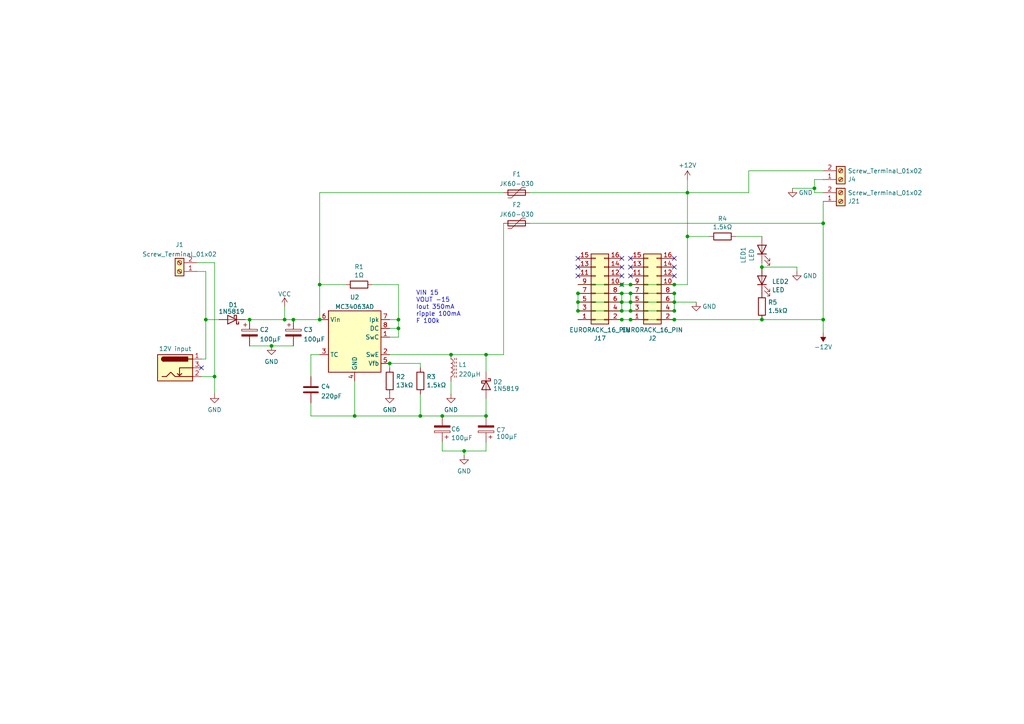
<source format=kicad_sch>
(kicad_sch (version 20230121) (generator eeschema)

  (uuid 5b968a2a-0e8d-4a8b-b10b-6d8c01f8bb22)

  (paper "A4")

  (lib_symbols
    (symbol "Connector:Barrel_Jack_Switch" (pin_names hide) (in_bom yes) (on_board yes)
      (property "Reference" "J" (at 0 5.334 0)
        (effects (font (size 1.27 1.27)))
      )
      (property "Value" "Barrel_Jack_Switch" (at 0 -5.08 0)
        (effects (font (size 1.27 1.27)))
      )
      (property "Footprint" "" (at 1.27 -1.016 0)
        (effects (font (size 1.27 1.27)) hide)
      )
      (property "Datasheet" "~" (at 1.27 -1.016 0)
        (effects (font (size 1.27 1.27)) hide)
      )
      (property "ki_keywords" "DC power barrel jack connector" (at 0 0 0)
        (effects (font (size 1.27 1.27)) hide)
      )
      (property "ki_description" "DC Barrel Jack with an internal switch" (at 0 0 0)
        (effects (font (size 1.27 1.27)) hide)
      )
      (property "ki_fp_filters" "BarrelJack*" (at 0 0 0)
        (effects (font (size 1.27 1.27)) hide)
      )
      (symbol "Barrel_Jack_Switch_0_1"
        (rectangle (start -5.08 3.81) (end 5.08 -3.81)
          (stroke (width 0.254) (type default))
          (fill (type background))
        )
        (arc (start -3.302 3.175) (mid -3.9343 2.54) (end -3.302 1.905)
          (stroke (width 0.254) (type default))
          (fill (type none))
        )
        (arc (start -3.302 3.175) (mid -3.9343 2.54) (end -3.302 1.905)
          (stroke (width 0.254) (type default))
          (fill (type outline))
        )
        (polyline
          (pts
            (xy 1.27 -2.286)
            (xy 1.905 -1.651)
          )
          (stroke (width 0.254) (type default))
          (fill (type none))
        )
        (polyline
          (pts
            (xy 5.08 2.54)
            (xy 3.81 2.54)
          )
          (stroke (width 0.254) (type default))
          (fill (type none))
        )
        (polyline
          (pts
            (xy 5.08 0)
            (xy 1.27 0)
            (xy 1.27 -2.286)
            (xy 0.635 -1.651)
          )
          (stroke (width 0.254) (type default))
          (fill (type none))
        )
        (polyline
          (pts
            (xy -3.81 -2.54)
            (xy -2.54 -2.54)
            (xy -1.27 -1.27)
            (xy 0 -2.54)
            (xy 2.54 -2.54)
            (xy 5.08 -2.54)
          )
          (stroke (width 0.254) (type default))
          (fill (type none))
        )
        (rectangle (start 3.683 3.175) (end -3.302 1.905)
          (stroke (width 0.254) (type default))
          (fill (type outline))
        )
      )
      (symbol "Barrel_Jack_Switch_1_1"
        (pin passive line (at 7.62 2.54 180) (length 2.54)
          (name "~" (effects (font (size 1.27 1.27))))
          (number "1" (effects (font (size 1.27 1.27))))
        )
        (pin passive line (at 7.62 -2.54 180) (length 2.54)
          (name "~" (effects (font (size 1.27 1.27))))
          (number "2" (effects (font (size 1.27 1.27))))
        )
        (pin passive line (at 7.62 0 180) (length 2.54)
          (name "~" (effects (font (size 1.27 1.27))))
          (number "3" (effects (font (size 1.27 1.27))))
        )
      )
    )
    (symbol "Connector:Screw_Terminal_01x02" (pin_names (offset 1.016) hide) (in_bom yes) (on_board yes)
      (property "Reference" "J" (at 0 2.54 0)
        (effects (font (size 1.27 1.27)))
      )
      (property "Value" "Screw_Terminal_01x02" (at 0 -5.08 0)
        (effects (font (size 1.27 1.27)))
      )
      (property "Footprint" "" (at 0 0 0)
        (effects (font (size 1.27 1.27)) hide)
      )
      (property "Datasheet" "~" (at 0 0 0)
        (effects (font (size 1.27 1.27)) hide)
      )
      (property "ki_keywords" "screw terminal" (at 0 0 0)
        (effects (font (size 1.27 1.27)) hide)
      )
      (property "ki_description" "Generic screw terminal, single row, 01x02, script generated (kicad-library-utils/schlib/autogen/connector/)" (at 0 0 0)
        (effects (font (size 1.27 1.27)) hide)
      )
      (property "ki_fp_filters" "TerminalBlock*:*" (at 0 0 0)
        (effects (font (size 1.27 1.27)) hide)
      )
      (symbol "Screw_Terminal_01x02_1_1"
        (rectangle (start -1.27 1.27) (end 1.27 -3.81)
          (stroke (width 0.254) (type default))
          (fill (type background))
        )
        (circle (center 0 -2.54) (radius 0.635)
          (stroke (width 0.1524) (type default))
          (fill (type none))
        )
        (polyline
          (pts
            (xy -0.5334 -2.2098)
            (xy 0.3302 -3.048)
          )
          (stroke (width 0.1524) (type default))
          (fill (type none))
        )
        (polyline
          (pts
            (xy -0.5334 0.3302)
            (xy 0.3302 -0.508)
          )
          (stroke (width 0.1524) (type default))
          (fill (type none))
        )
        (polyline
          (pts
            (xy -0.3556 -2.032)
            (xy 0.508 -2.8702)
          )
          (stroke (width 0.1524) (type default))
          (fill (type none))
        )
        (polyline
          (pts
            (xy -0.3556 0.508)
            (xy 0.508 -0.3302)
          )
          (stroke (width 0.1524) (type default))
          (fill (type none))
        )
        (circle (center 0 0) (radius 0.635)
          (stroke (width 0.1524) (type default))
          (fill (type none))
        )
        (pin passive line (at -5.08 0 0) (length 3.81)
          (name "Pin_1" (effects (font (size 1.27 1.27))))
          (number "1" (effects (font (size 1.27 1.27))))
        )
        (pin passive line (at -5.08 -2.54 0) (length 3.81)
          (name "Pin_2" (effects (font (size 1.27 1.27))))
          (number "2" (effects (font (size 1.27 1.27))))
        )
      )
    )
    (symbol "Connector_Generic:Conn_02x08_Odd_Even" (pin_names (offset 1.016) hide) (in_bom yes) (on_board yes)
      (property "Reference" "J" (at 1.27 10.16 0)
        (effects (font (size 1.27 1.27)))
      )
      (property "Value" "Conn_02x08_Odd_Even" (at 1.27 -12.7 0)
        (effects (font (size 1.27 1.27)))
      )
      (property "Footprint" "" (at 0 0 0)
        (effects (font (size 1.27 1.27)) hide)
      )
      (property "Datasheet" "~" (at 0 0 0)
        (effects (font (size 1.27 1.27)) hide)
      )
      (property "ki_keywords" "connector" (at 0 0 0)
        (effects (font (size 1.27 1.27)) hide)
      )
      (property "ki_description" "Generic connector, double row, 02x08, odd/even pin numbering scheme (row 1 odd numbers, row 2 even numbers), script generated (kicad-library-utils/schlib/autogen/connector/)" (at 0 0 0)
        (effects (font (size 1.27 1.27)) hide)
      )
      (property "ki_fp_filters" "Connector*:*_2x??_*" (at 0 0 0)
        (effects (font (size 1.27 1.27)) hide)
      )
      (symbol "Conn_02x08_Odd_Even_1_1"
        (rectangle (start -1.27 -10.033) (end 0 -10.287)
          (stroke (width 0.1524) (type default))
          (fill (type none))
        )
        (rectangle (start -1.27 -7.493) (end 0 -7.747)
          (stroke (width 0.1524) (type default))
          (fill (type none))
        )
        (rectangle (start -1.27 -4.953) (end 0 -5.207)
          (stroke (width 0.1524) (type default))
          (fill (type none))
        )
        (rectangle (start -1.27 -2.413) (end 0 -2.667)
          (stroke (width 0.1524) (type default))
          (fill (type none))
        )
        (rectangle (start -1.27 0.127) (end 0 -0.127)
          (stroke (width 0.1524) (type default))
          (fill (type none))
        )
        (rectangle (start -1.27 2.667) (end 0 2.413)
          (stroke (width 0.1524) (type default))
          (fill (type none))
        )
        (rectangle (start -1.27 5.207) (end 0 4.953)
          (stroke (width 0.1524) (type default))
          (fill (type none))
        )
        (rectangle (start -1.27 7.747) (end 0 7.493)
          (stroke (width 0.1524) (type default))
          (fill (type none))
        )
        (rectangle (start -1.27 8.89) (end 3.81 -11.43)
          (stroke (width 0.254) (type default))
          (fill (type background))
        )
        (rectangle (start 3.81 -10.033) (end 2.54 -10.287)
          (stroke (width 0.1524) (type default))
          (fill (type none))
        )
        (rectangle (start 3.81 -7.493) (end 2.54 -7.747)
          (stroke (width 0.1524) (type default))
          (fill (type none))
        )
        (rectangle (start 3.81 -4.953) (end 2.54 -5.207)
          (stroke (width 0.1524) (type default))
          (fill (type none))
        )
        (rectangle (start 3.81 -2.413) (end 2.54 -2.667)
          (stroke (width 0.1524) (type default))
          (fill (type none))
        )
        (rectangle (start 3.81 0.127) (end 2.54 -0.127)
          (stroke (width 0.1524) (type default))
          (fill (type none))
        )
        (rectangle (start 3.81 2.667) (end 2.54 2.413)
          (stroke (width 0.1524) (type default))
          (fill (type none))
        )
        (rectangle (start 3.81 5.207) (end 2.54 4.953)
          (stroke (width 0.1524) (type default))
          (fill (type none))
        )
        (rectangle (start 3.81 7.747) (end 2.54 7.493)
          (stroke (width 0.1524) (type default))
          (fill (type none))
        )
        (pin passive line (at -5.08 7.62 0) (length 3.81)
          (name "Pin_1" (effects (font (size 1.27 1.27))))
          (number "1" (effects (font (size 1.27 1.27))))
        )
        (pin passive line (at 7.62 -2.54 180) (length 3.81)
          (name "Pin_10" (effects (font (size 1.27 1.27))))
          (number "10" (effects (font (size 1.27 1.27))))
        )
        (pin passive line (at -5.08 -5.08 0) (length 3.81)
          (name "Pin_11" (effects (font (size 1.27 1.27))))
          (number "11" (effects (font (size 1.27 1.27))))
        )
        (pin passive line (at 7.62 -5.08 180) (length 3.81)
          (name "Pin_12" (effects (font (size 1.27 1.27))))
          (number "12" (effects (font (size 1.27 1.27))))
        )
        (pin passive line (at -5.08 -7.62 0) (length 3.81)
          (name "Pin_13" (effects (font (size 1.27 1.27))))
          (number "13" (effects (font (size 1.27 1.27))))
        )
        (pin passive line (at 7.62 -7.62 180) (length 3.81)
          (name "Pin_14" (effects (font (size 1.27 1.27))))
          (number "14" (effects (font (size 1.27 1.27))))
        )
        (pin passive line (at -5.08 -10.16 0) (length 3.81)
          (name "Pin_15" (effects (font (size 1.27 1.27))))
          (number "15" (effects (font (size 1.27 1.27))))
        )
        (pin passive line (at 7.62 -10.16 180) (length 3.81)
          (name "Pin_16" (effects (font (size 1.27 1.27))))
          (number "16" (effects (font (size 1.27 1.27))))
        )
        (pin passive line (at 7.62 7.62 180) (length 3.81)
          (name "Pin_2" (effects (font (size 1.27 1.27))))
          (number "2" (effects (font (size 1.27 1.27))))
        )
        (pin passive line (at -5.08 5.08 0) (length 3.81)
          (name "Pin_3" (effects (font (size 1.27 1.27))))
          (number "3" (effects (font (size 1.27 1.27))))
        )
        (pin passive line (at 7.62 5.08 180) (length 3.81)
          (name "Pin_4" (effects (font (size 1.27 1.27))))
          (number "4" (effects (font (size 1.27 1.27))))
        )
        (pin passive line (at -5.08 2.54 0) (length 3.81)
          (name "Pin_5" (effects (font (size 1.27 1.27))))
          (number "5" (effects (font (size 1.27 1.27))))
        )
        (pin passive line (at 7.62 2.54 180) (length 3.81)
          (name "Pin_6" (effects (font (size 1.27 1.27))))
          (number "6" (effects (font (size 1.27 1.27))))
        )
        (pin passive line (at -5.08 0 0) (length 3.81)
          (name "Pin_7" (effects (font (size 1.27 1.27))))
          (number "7" (effects (font (size 1.27 1.27))))
        )
        (pin passive line (at 7.62 0 180) (length 3.81)
          (name "Pin_8" (effects (font (size 1.27 1.27))))
          (number "8" (effects (font (size 1.27 1.27))))
        )
        (pin passive line (at -5.08 -2.54 0) (length 3.81)
          (name "Pin_9" (effects (font (size 1.27 1.27))))
          (number "9" (effects (font (size 1.27 1.27))))
        )
      )
    )
    (symbol "Device:C" (pin_numbers hide) (pin_names (offset 0.254)) (in_bom yes) (on_board yes)
      (property "Reference" "C" (at 0.635 2.54 0)
        (effects (font (size 1.27 1.27)) (justify left))
      )
      (property "Value" "C" (at 0.635 -2.54 0)
        (effects (font (size 1.27 1.27)) (justify left))
      )
      (property "Footprint" "" (at 0.9652 -3.81 0)
        (effects (font (size 1.27 1.27)) hide)
      )
      (property "Datasheet" "~" (at 0 0 0)
        (effects (font (size 1.27 1.27)) hide)
      )
      (property "ki_keywords" "cap capacitor" (at 0 0 0)
        (effects (font (size 1.27 1.27)) hide)
      )
      (property "ki_description" "Unpolarized capacitor" (at 0 0 0)
        (effects (font (size 1.27 1.27)) hide)
      )
      (property "ki_fp_filters" "C_*" (at 0 0 0)
        (effects (font (size 1.27 1.27)) hide)
      )
      (symbol "C_0_1"
        (polyline
          (pts
            (xy -2.032 -0.762)
            (xy 2.032 -0.762)
          )
          (stroke (width 0.508) (type default))
          (fill (type none))
        )
        (polyline
          (pts
            (xy -2.032 0.762)
            (xy 2.032 0.762)
          )
          (stroke (width 0.508) (type default))
          (fill (type none))
        )
      )
      (symbol "C_1_1"
        (pin passive line (at 0 3.81 270) (length 2.794)
          (name "~" (effects (font (size 1.27 1.27))))
          (number "1" (effects (font (size 1.27 1.27))))
        )
        (pin passive line (at 0 -3.81 90) (length 2.794)
          (name "~" (effects (font (size 1.27 1.27))))
          (number "2" (effects (font (size 1.27 1.27))))
        )
      )
    )
    (symbol "Device:C_Polarized" (pin_numbers hide) (pin_names (offset 0.254)) (in_bom yes) (on_board yes)
      (property "Reference" "C" (at 0.635 2.54 0)
        (effects (font (size 1.27 1.27)) (justify left))
      )
      (property "Value" "C_Polarized" (at 0.635 -2.54 0)
        (effects (font (size 1.27 1.27)) (justify left))
      )
      (property "Footprint" "" (at 0.9652 -3.81 0)
        (effects (font (size 1.27 1.27)) hide)
      )
      (property "Datasheet" "~" (at 0 0 0)
        (effects (font (size 1.27 1.27)) hide)
      )
      (property "ki_keywords" "cap capacitor" (at 0 0 0)
        (effects (font (size 1.27 1.27)) hide)
      )
      (property "ki_description" "Polarized capacitor" (at 0 0 0)
        (effects (font (size 1.27 1.27)) hide)
      )
      (property "ki_fp_filters" "CP_*" (at 0 0 0)
        (effects (font (size 1.27 1.27)) hide)
      )
      (symbol "C_Polarized_0_1"
        (rectangle (start -2.286 0.508) (end 2.286 1.016)
          (stroke (width 0) (type default))
          (fill (type none))
        )
        (polyline
          (pts
            (xy -1.778 2.286)
            (xy -0.762 2.286)
          )
          (stroke (width 0) (type default))
          (fill (type none))
        )
        (polyline
          (pts
            (xy -1.27 2.794)
            (xy -1.27 1.778)
          )
          (stroke (width 0) (type default))
          (fill (type none))
        )
        (rectangle (start 2.286 -0.508) (end -2.286 -1.016)
          (stroke (width 0) (type default))
          (fill (type outline))
        )
      )
      (symbol "C_Polarized_1_1"
        (pin passive line (at 0 3.81 270) (length 2.794)
          (name "~" (effects (font (size 1.27 1.27))))
          (number "1" (effects (font (size 1.27 1.27))))
        )
        (pin passive line (at 0 -3.81 90) (length 2.794)
          (name "~" (effects (font (size 1.27 1.27))))
          (number "2" (effects (font (size 1.27 1.27))))
        )
      )
    )
    (symbol "Device:D_Schottky" (pin_numbers hide) (pin_names (offset 1.016) hide) (in_bom yes) (on_board yes)
      (property "Reference" "D" (at 0 2.54 0)
        (effects (font (size 1.27 1.27)))
      )
      (property "Value" "D_Schottky" (at 0 -2.54 0)
        (effects (font (size 1.27 1.27)))
      )
      (property "Footprint" "" (at 0 0 0)
        (effects (font (size 1.27 1.27)) hide)
      )
      (property "Datasheet" "~" (at 0 0 0)
        (effects (font (size 1.27 1.27)) hide)
      )
      (property "ki_keywords" "diode Schottky" (at 0 0 0)
        (effects (font (size 1.27 1.27)) hide)
      )
      (property "ki_description" "Schottky diode" (at 0 0 0)
        (effects (font (size 1.27 1.27)) hide)
      )
      (property "ki_fp_filters" "TO-???* *_Diode_* *SingleDiode* D_*" (at 0 0 0)
        (effects (font (size 1.27 1.27)) hide)
      )
      (symbol "D_Schottky_0_1"
        (polyline
          (pts
            (xy 1.27 0)
            (xy -1.27 0)
          )
          (stroke (width 0) (type default))
          (fill (type none))
        )
        (polyline
          (pts
            (xy 1.27 1.27)
            (xy 1.27 -1.27)
            (xy -1.27 0)
            (xy 1.27 1.27)
          )
          (stroke (width 0.254) (type default))
          (fill (type none))
        )
        (polyline
          (pts
            (xy -1.905 0.635)
            (xy -1.905 1.27)
            (xy -1.27 1.27)
            (xy -1.27 -1.27)
            (xy -0.635 -1.27)
            (xy -0.635 -0.635)
          )
          (stroke (width 0.254) (type default))
          (fill (type none))
        )
      )
      (symbol "D_Schottky_1_1"
        (pin passive line (at -3.81 0 0) (length 2.54)
          (name "K" (effects (font (size 1.27 1.27))))
          (number "1" (effects (font (size 1.27 1.27))))
        )
        (pin passive line (at 3.81 0 180) (length 2.54)
          (name "A" (effects (font (size 1.27 1.27))))
          (number "2" (effects (font (size 1.27 1.27))))
        )
      )
    )
    (symbol "Device:LED" (pin_numbers hide) (pin_names (offset 1.016) hide) (in_bom yes) (on_board yes)
      (property "Reference" "D" (at 0 2.54 0)
        (effects (font (size 1.27 1.27)))
      )
      (property "Value" "LED" (at 0 -2.54 0)
        (effects (font (size 1.27 1.27)))
      )
      (property "Footprint" "" (at 0 0 0)
        (effects (font (size 1.27 1.27)) hide)
      )
      (property "Datasheet" "~" (at 0 0 0)
        (effects (font (size 1.27 1.27)) hide)
      )
      (property "ki_keywords" "LED diode" (at 0 0 0)
        (effects (font (size 1.27 1.27)) hide)
      )
      (property "ki_description" "Light emitting diode" (at 0 0 0)
        (effects (font (size 1.27 1.27)) hide)
      )
      (property "ki_fp_filters" "LED* LED_SMD:* LED_THT:*" (at 0 0 0)
        (effects (font (size 1.27 1.27)) hide)
      )
      (symbol "LED_0_1"
        (polyline
          (pts
            (xy -1.27 -1.27)
            (xy -1.27 1.27)
          )
          (stroke (width 0.254) (type default))
          (fill (type none))
        )
        (polyline
          (pts
            (xy -1.27 0)
            (xy 1.27 0)
          )
          (stroke (width 0) (type default))
          (fill (type none))
        )
        (polyline
          (pts
            (xy 1.27 -1.27)
            (xy 1.27 1.27)
            (xy -1.27 0)
            (xy 1.27 -1.27)
          )
          (stroke (width 0.254) (type default))
          (fill (type none))
        )
        (polyline
          (pts
            (xy -3.048 -0.762)
            (xy -4.572 -2.286)
            (xy -3.81 -2.286)
            (xy -4.572 -2.286)
            (xy -4.572 -1.524)
          )
          (stroke (width 0) (type default))
          (fill (type none))
        )
        (polyline
          (pts
            (xy -1.778 -0.762)
            (xy -3.302 -2.286)
            (xy -2.54 -2.286)
            (xy -3.302 -2.286)
            (xy -3.302 -1.524)
          )
          (stroke (width 0) (type default))
          (fill (type none))
        )
      )
      (symbol "LED_1_1"
        (pin passive line (at -3.81 0 0) (length 2.54)
          (name "K" (effects (font (size 1.27 1.27))))
          (number "1" (effects (font (size 1.27 1.27))))
        )
        (pin passive line (at 3.81 0 180) (length 2.54)
          (name "A" (effects (font (size 1.27 1.27))))
          (number "2" (effects (font (size 1.27 1.27))))
        )
      )
    )
    (symbol "Device:L_Ferrite" (pin_numbers hide) (pin_names (offset 1.016) hide) (in_bom yes) (on_board yes)
      (property "Reference" "L" (at -1.27 0 90)
        (effects (font (size 1.27 1.27)))
      )
      (property "Value" "L_Ferrite" (at 2.794 0 90)
        (effects (font (size 1.27 1.27)))
      )
      (property "Footprint" "" (at 0 0 0)
        (effects (font (size 1.27 1.27)) hide)
      )
      (property "Datasheet" "~" (at 0 0 0)
        (effects (font (size 1.27 1.27)) hide)
      )
      (property "ki_keywords" "inductor choke coil reactor magnetic" (at 0 0 0)
        (effects (font (size 1.27 1.27)) hide)
      )
      (property "ki_description" "Inductor with ferrite core" (at 0 0 0)
        (effects (font (size 1.27 1.27)) hide)
      )
      (property "ki_fp_filters" "Choke_* *Coil* Inductor_* L_*" (at 0 0 0)
        (effects (font (size 1.27 1.27)) hide)
      )
      (symbol "L_Ferrite_0_1"
        (arc (start 0 -2.54) (mid 0.6323 -1.905) (end 0 -1.27)
          (stroke (width 0) (type default))
          (fill (type none))
        )
        (arc (start 0 -1.27) (mid 0.6323 -0.635) (end 0 0)
          (stroke (width 0) (type default))
          (fill (type none))
        )
        (polyline
          (pts
            (xy 1.016 -2.794)
            (xy 1.016 -2.286)
          )
          (stroke (width 0) (type default))
          (fill (type none))
        )
        (polyline
          (pts
            (xy 1.016 -1.778)
            (xy 1.016 -1.27)
          )
          (stroke (width 0) (type default))
          (fill (type none))
        )
        (polyline
          (pts
            (xy 1.016 -0.762)
            (xy 1.016 -0.254)
          )
          (stroke (width 0) (type default))
          (fill (type none))
        )
        (polyline
          (pts
            (xy 1.016 0.254)
            (xy 1.016 0.762)
          )
          (stroke (width 0) (type default))
          (fill (type none))
        )
        (polyline
          (pts
            (xy 1.016 1.27)
            (xy 1.016 1.778)
          )
          (stroke (width 0) (type default))
          (fill (type none))
        )
        (polyline
          (pts
            (xy 1.016 2.286)
            (xy 1.016 2.794)
          )
          (stroke (width 0) (type default))
          (fill (type none))
        )
        (polyline
          (pts
            (xy 1.524 -2.286)
            (xy 1.524 -2.794)
          )
          (stroke (width 0) (type default))
          (fill (type none))
        )
        (polyline
          (pts
            (xy 1.524 -1.27)
            (xy 1.524 -1.778)
          )
          (stroke (width 0) (type default))
          (fill (type none))
        )
        (polyline
          (pts
            (xy 1.524 -0.254)
            (xy 1.524 -0.762)
          )
          (stroke (width 0) (type default))
          (fill (type none))
        )
        (polyline
          (pts
            (xy 1.524 0.762)
            (xy 1.524 0.254)
          )
          (stroke (width 0) (type default))
          (fill (type none))
        )
        (polyline
          (pts
            (xy 1.524 1.778)
            (xy 1.524 1.27)
          )
          (stroke (width 0) (type default))
          (fill (type none))
        )
        (polyline
          (pts
            (xy 1.524 2.794)
            (xy 1.524 2.286)
          )
          (stroke (width 0) (type default))
          (fill (type none))
        )
        (arc (start 0 0) (mid 0.6323 0.635) (end 0 1.27)
          (stroke (width 0) (type default))
          (fill (type none))
        )
        (arc (start 0 1.27) (mid 0.6323 1.905) (end 0 2.54)
          (stroke (width 0) (type default))
          (fill (type none))
        )
      )
      (symbol "L_Ferrite_1_1"
        (pin passive line (at 0 3.81 270) (length 1.27)
          (name "1" (effects (font (size 1.27 1.27))))
          (number "1" (effects (font (size 1.27 1.27))))
        )
        (pin passive line (at 0 -3.81 90) (length 1.27)
          (name "2" (effects (font (size 1.27 1.27))))
          (number "2" (effects (font (size 1.27 1.27))))
        )
      )
    )
    (symbol "Device:Polyfuse" (pin_numbers hide) (pin_names (offset 0)) (in_bom yes) (on_board yes)
      (property "Reference" "F" (at -2.54 0 90)
        (effects (font (size 1.27 1.27)))
      )
      (property "Value" "Polyfuse" (at 2.54 0 90)
        (effects (font (size 1.27 1.27)))
      )
      (property "Footprint" "" (at 1.27 -5.08 0)
        (effects (font (size 1.27 1.27)) (justify left) hide)
      )
      (property "Datasheet" "~" (at 0 0 0)
        (effects (font (size 1.27 1.27)) hide)
      )
      (property "ki_keywords" "resettable fuse PTC PPTC polyfuse polyswitch" (at 0 0 0)
        (effects (font (size 1.27 1.27)) hide)
      )
      (property "ki_description" "Resettable fuse, polymeric positive temperature coefficient" (at 0 0 0)
        (effects (font (size 1.27 1.27)) hide)
      )
      (property "ki_fp_filters" "*polyfuse* *PTC*" (at 0 0 0)
        (effects (font (size 1.27 1.27)) hide)
      )
      (symbol "Polyfuse_0_1"
        (rectangle (start -0.762 2.54) (end 0.762 -2.54)
          (stroke (width 0.254) (type default))
          (fill (type none))
        )
        (polyline
          (pts
            (xy 0 2.54)
            (xy 0 -2.54)
          )
          (stroke (width 0) (type default))
          (fill (type none))
        )
        (polyline
          (pts
            (xy -1.524 2.54)
            (xy -1.524 1.524)
            (xy 1.524 -1.524)
            (xy 1.524 -2.54)
          )
          (stroke (width 0) (type default))
          (fill (type none))
        )
      )
      (symbol "Polyfuse_1_1"
        (pin passive line (at 0 3.81 270) (length 1.27)
          (name "~" (effects (font (size 1.27 1.27))))
          (number "1" (effects (font (size 1.27 1.27))))
        )
        (pin passive line (at 0 -3.81 90) (length 1.27)
          (name "~" (effects (font (size 1.27 1.27))))
          (number "2" (effects (font (size 1.27 1.27))))
        )
      )
    )
    (symbol "Device:R" (pin_numbers hide) (pin_names (offset 0)) (in_bom yes) (on_board yes)
      (property "Reference" "R" (at 2.032 0 90)
        (effects (font (size 1.27 1.27)))
      )
      (property "Value" "R" (at 0 0 90)
        (effects (font (size 1.27 1.27)))
      )
      (property "Footprint" "" (at -1.778 0 90)
        (effects (font (size 1.27 1.27)) hide)
      )
      (property "Datasheet" "~" (at 0 0 0)
        (effects (font (size 1.27 1.27)) hide)
      )
      (property "ki_keywords" "R res resistor" (at 0 0 0)
        (effects (font (size 1.27 1.27)) hide)
      )
      (property "ki_description" "Resistor" (at 0 0 0)
        (effects (font (size 1.27 1.27)) hide)
      )
      (property "ki_fp_filters" "R_*" (at 0 0 0)
        (effects (font (size 1.27 1.27)) hide)
      )
      (symbol "R_0_1"
        (rectangle (start -1.016 -2.54) (end 1.016 2.54)
          (stroke (width 0.254) (type default))
          (fill (type none))
        )
      )
      (symbol "R_1_1"
        (pin passive line (at 0 3.81 270) (length 1.27)
          (name "~" (effects (font (size 1.27 1.27))))
          (number "1" (effects (font (size 1.27 1.27))))
        )
        (pin passive line (at 0 -3.81 90) (length 1.27)
          (name "~" (effects (font (size 1.27 1.27))))
          (number "2" (effects (font (size 1.27 1.27))))
        )
      )
    )
    (symbol "GND_1" (power) (pin_names (offset 0)) (in_bom yes) (on_board yes)
      (property "Reference" "#PWR" (at 0 -6.35 0)
        (effects (font (size 1.27 1.27)) hide)
      )
      (property "Value" "GND_1" (at 0 -3.81 0)
        (effects (font (size 1.27 1.27)))
      )
      (property "Footprint" "" (at 0 0 0)
        (effects (font (size 1.27 1.27)) hide)
      )
      (property "Datasheet" "" (at 0 0 0)
        (effects (font (size 1.27 1.27)) hide)
      )
      (property "ki_keywords" "global power" (at 0 0 0)
        (effects (font (size 1.27 1.27)) hide)
      )
      (property "ki_description" "Power symbol creates a global label with name \"GND\" , ground" (at 0 0 0)
        (effects (font (size 1.27 1.27)) hide)
      )
      (symbol "GND_1_0_1"
        (polyline
          (pts
            (xy 0 0)
            (xy 0 -1.27)
            (xy 1.27 -1.27)
            (xy 0 -2.54)
            (xy -1.27 -1.27)
            (xy 0 -1.27)
          )
          (stroke (width 0) (type default))
          (fill (type none))
        )
      )
      (symbol "GND_1_1_1"
        (pin power_in line (at 0 0 270) (length 0) hide
          (name "GND" (effects (font (size 1.27 1.27))))
          (number "1" (effects (font (size 1.27 1.27))))
        )
      )
    )
    (symbol "Regulator_Switching:MC34063AD" (in_bom yes) (on_board yes)
      (property "Reference" "U" (at -7.62 8.89 0)
        (effects (font (size 1.27 1.27)) (justify left))
      )
      (property "Value" "MC34063AD" (at 0 8.89 0)
        (effects (font (size 1.27 1.27)) (justify left))
      )
      (property "Footprint" "Package_SO:SOIC-8_3.9x4.9mm_P1.27mm" (at 1.27 -11.43 0)
        (effects (font (size 1.27 1.27)) (justify left) hide)
      )
      (property "Datasheet" "http://www.onsemi.com/pub_link/Collateral/MC34063A-D.PDF" (at 12.7 -2.54 0)
        (effects (font (size 1.27 1.27)) hide)
      )
      (property "ki_keywords" "smps buck boost inverting" (at 0 0 0)
        (effects (font (size 1.27 1.27)) hide)
      )
      (property "ki_description" "1.5A, step-up/down/inverting switching regulator, 3-40V Vin, 100kHz, SO-8" (at 0 0 0)
        (effects (font (size 1.27 1.27)) hide)
      )
      (property "ki_fp_filters" "SOIC*3.9x4.9mm*P1.27mm*" (at 0 0 0)
        (effects (font (size 1.27 1.27)) hide)
      )
      (symbol "MC34063AD_0_1"
        (rectangle (start -7.62 7.62) (end 7.62 -10.16)
          (stroke (width 0.254) (type default))
          (fill (type background))
        )
      )
      (symbol "MC34063AD_1_1"
        (pin open_collector line (at 10.16 0 180) (length 2.54)
          (name "SwC" (effects (font (size 1.27 1.27))))
          (number "1" (effects (font (size 1.27 1.27))))
        )
        (pin open_emitter line (at 10.16 -5.08 180) (length 2.54)
          (name "SwE" (effects (font (size 1.27 1.27))))
          (number "2" (effects (font (size 1.27 1.27))))
        )
        (pin passive line (at -10.16 -5.08 0) (length 2.54)
          (name "TC" (effects (font (size 1.27 1.27))))
          (number "3" (effects (font (size 1.27 1.27))))
        )
        (pin power_in line (at 0 -12.7 90) (length 2.54)
          (name "GND" (effects (font (size 1.27 1.27))))
          (number "4" (effects (font (size 1.27 1.27))))
        )
        (pin input line (at 10.16 -7.62 180) (length 2.54)
          (name "Vfb" (effects (font (size 1.27 1.27))))
          (number "5" (effects (font (size 1.27 1.27))))
        )
        (pin power_in line (at -10.16 5.08 0) (length 2.54)
          (name "Vin" (effects (font (size 1.27 1.27))))
          (number "6" (effects (font (size 1.27 1.27))))
        )
        (pin input line (at 10.16 5.08 180) (length 2.54)
          (name "Ipk" (effects (font (size 1.27 1.27))))
          (number "7" (effects (font (size 1.27 1.27))))
        )
        (pin open_collector line (at 10.16 2.54 180) (length 2.54)
          (name "DC" (effects (font (size 1.27 1.27))))
          (number "8" (effects (font (size 1.27 1.27))))
        )
      )
    )
    (symbol "power:+12V" (power) (pin_names (offset 0)) (in_bom yes) (on_board yes)
      (property "Reference" "#PWR" (at 0 -3.81 0)
        (effects (font (size 1.27 1.27)) hide)
      )
      (property "Value" "+12V" (at 0 3.556 0)
        (effects (font (size 1.27 1.27)))
      )
      (property "Footprint" "" (at 0 0 0)
        (effects (font (size 1.27 1.27)) hide)
      )
      (property "Datasheet" "" (at 0 0 0)
        (effects (font (size 1.27 1.27)) hide)
      )
      (property "ki_keywords" "global power" (at 0 0 0)
        (effects (font (size 1.27 1.27)) hide)
      )
      (property "ki_description" "Power symbol creates a global label with name \"+12V\"" (at 0 0 0)
        (effects (font (size 1.27 1.27)) hide)
      )
      (symbol "+12V_0_1"
        (polyline
          (pts
            (xy -0.762 1.27)
            (xy 0 2.54)
          )
          (stroke (width 0) (type default))
          (fill (type none))
        )
        (polyline
          (pts
            (xy 0 0)
            (xy 0 2.54)
          )
          (stroke (width 0) (type default))
          (fill (type none))
        )
        (polyline
          (pts
            (xy 0 2.54)
            (xy 0.762 1.27)
          )
          (stroke (width 0) (type default))
          (fill (type none))
        )
      )
      (symbol "+12V_1_1"
        (pin power_in line (at 0 0 90) (length 0) hide
          (name "+12V" (effects (font (size 1.27 1.27))))
          (number "1" (effects (font (size 1.27 1.27))))
        )
      )
    )
    (symbol "power:-12V" (power) (pin_names (offset 0)) (in_bom yes) (on_board yes)
      (property "Reference" "#PWR" (at 0 2.54 0)
        (effects (font (size 1.27 1.27)) hide)
      )
      (property "Value" "-12V" (at 0 3.81 0)
        (effects (font (size 1.27 1.27)))
      )
      (property "Footprint" "" (at 0 0 0)
        (effects (font (size 1.27 1.27)) hide)
      )
      (property "Datasheet" "" (at 0 0 0)
        (effects (font (size 1.27 1.27)) hide)
      )
      (property "ki_keywords" "global power" (at 0 0 0)
        (effects (font (size 1.27 1.27)) hide)
      )
      (property "ki_description" "Power symbol creates a global label with name \"-12V\"" (at 0 0 0)
        (effects (font (size 1.27 1.27)) hide)
      )
      (symbol "-12V_0_0"
        (pin power_in line (at 0 0 90) (length 0) hide
          (name "-12V" (effects (font (size 1.27 1.27))))
          (number "1" (effects (font (size 1.27 1.27))))
        )
      )
      (symbol "-12V_0_1"
        (polyline
          (pts
            (xy 0 0)
            (xy 0 1.27)
            (xy 0.762 1.27)
            (xy 0 2.54)
            (xy -0.762 1.27)
            (xy 0 1.27)
          )
          (stroke (width 0) (type default))
          (fill (type outline))
        )
      )
    )
    (symbol "power:GND" (power) (pin_names (offset 0)) (in_bom yes) (on_board yes)
      (property "Reference" "#PWR" (at 0 -6.35 0)
        (effects (font (size 1.27 1.27)) hide)
      )
      (property "Value" "GND" (at 0 -3.81 0)
        (effects (font (size 1.27 1.27)))
      )
      (property "Footprint" "" (at 0 0 0)
        (effects (font (size 1.27 1.27)) hide)
      )
      (property "Datasheet" "" (at 0 0 0)
        (effects (font (size 1.27 1.27)) hide)
      )
      (property "ki_keywords" "power-flag" (at 0 0 0)
        (effects (font (size 1.27 1.27)) hide)
      )
      (property "ki_description" "Power symbol creates a global label with name \"GND\" , ground" (at 0 0 0)
        (effects (font (size 1.27 1.27)) hide)
      )
      (symbol "GND_0_1"
        (polyline
          (pts
            (xy 0 0)
            (xy 0 -1.27)
            (xy 1.27 -1.27)
            (xy 0 -2.54)
            (xy -1.27 -1.27)
            (xy 0 -1.27)
          )
          (stroke (width 0) (type default))
          (fill (type none))
        )
      )
      (symbol "GND_1_1"
        (pin power_in line (at 0 0 270) (length 0) hide
          (name "GND" (effects (font (size 1.27 1.27))))
          (number "1" (effects (font (size 1.27 1.27))))
        )
      )
    )
    (symbol "power:VCC" (power) (pin_names (offset 0)) (in_bom yes) (on_board yes)
      (property "Reference" "#PWR" (at 0 -3.81 0)
        (effects (font (size 1.27 1.27)) hide)
      )
      (property "Value" "VCC" (at 0 3.81 0)
        (effects (font (size 1.27 1.27)))
      )
      (property "Footprint" "" (at 0 0 0)
        (effects (font (size 1.27 1.27)) hide)
      )
      (property "Datasheet" "" (at 0 0 0)
        (effects (font (size 1.27 1.27)) hide)
      )
      (property "ki_keywords" "power-flag" (at 0 0 0)
        (effects (font (size 1.27 1.27)) hide)
      )
      (property "ki_description" "Power symbol creates a global label with name \"VCC\"" (at 0 0 0)
        (effects (font (size 1.27 1.27)) hide)
      )
      (symbol "VCC_0_1"
        (polyline
          (pts
            (xy -0.762 1.27)
            (xy 0 2.54)
          )
          (stroke (width 0) (type default))
          (fill (type none))
        )
        (polyline
          (pts
            (xy 0 0)
            (xy 0 2.54)
          )
          (stroke (width 0) (type default))
          (fill (type none))
        )
        (polyline
          (pts
            (xy 0 2.54)
            (xy 0.762 1.27)
          )
          (stroke (width 0) (type default))
          (fill (type none))
        )
      )
      (symbol "VCC_1_1"
        (pin power_in line (at 0 0 90) (length 0) hide
          (name "VCC" (effects (font (size 1.27 1.27))))
          (number "1" (effects (font (size 1.27 1.27))))
        )
      )
    )
  )

  (junction (at 195.58 92.71) (diameter 0) (color 0 0 0 0)
    (uuid 14eda99d-17cb-4d4d-a172-b4eae7fc7b4c)
  )
  (junction (at 115.57 95.25) (diameter 0) (color 0 0 0 0)
    (uuid 19a1e623-00c6-4932-a5df-a7180ef12e73)
  )
  (junction (at 78.74 100.33) (diameter 0) (color 0 0 0 0)
    (uuid 1da6dc61-cdd9-443e-8ecd-003f32d24152)
  )
  (junction (at 220.98 92.71) (diameter 0) (color 0 0 0 0)
    (uuid 2121ff56-a0e4-40bd-a36e-4e8c53f570d7)
  )
  (junction (at 167.64 90.17) (diameter 0) (color 0 0 0 0)
    (uuid 2253b3fa-507b-47bc-82d4-29578e08faef)
  )
  (junction (at 85.09 92.71) (diameter 0) (color 0 0 0 0)
    (uuid 2291ed73-83e5-4ad1-8c7f-80156204999b)
  )
  (junction (at 199.39 55.88) (diameter 0) (color 0 0 0 0)
    (uuid 2740e3e5-3eea-45a6-a648-da9fd74e5330)
  )
  (junction (at 167.64 87.63) (diameter 0) (color 0 0 0 0)
    (uuid 317ea874-5d54-44fd-a4e0-c58c09ff70ea)
  )
  (junction (at 140.97 102.87) (diameter 0) (color 0 0 0 0)
    (uuid 3444d0d2-65de-4215-a7d4-b4ec2789c641)
  )
  (junction (at 62.23 109.22) (diameter 0) (color 0 0 0 0)
    (uuid 4cef79e6-8b20-4dec-b6bf-1922c558bbaa)
  )
  (junction (at 199.39 68.58) (diameter 0) (color 0 0 0 0)
    (uuid 515a051f-8298-4035-ae83-80576c697976)
  )
  (junction (at 167.64 85.09) (diameter 0) (color 0 0 0 0)
    (uuid 522abc8a-53e0-4084-9015-ff1c5f6f4313)
  )
  (junction (at 180.34 87.63) (diameter 0) (color 0 0 0 0)
    (uuid 6095e917-c171-4608-80be-d031f90f07a2)
  )
  (junction (at 92.71 92.71) (diameter 0) (color 0 0 0 0)
    (uuid 655c4c03-e552-4f29-9433-fd6da9983d87)
  )
  (junction (at 92.71 82.55) (diameter 0) (color 0 0 0 0)
    (uuid 717d92f7-f716-4e18-a041-d01fe01d80b8)
  )
  (junction (at 140.97 120.65) (diameter 0) (color 0 0 0 0)
    (uuid 72a8b3f5-b211-4661-a740-ca8b84d90524)
  )
  (junction (at 182.88 87.63) (diameter 0) (color 0 0 0 0)
    (uuid 73392420-ed07-44e6-8c9b-004d71a76171)
  )
  (junction (at 180.34 92.71) (diameter 0) (color 0 0 0 0)
    (uuid 75693a78-d3bf-4488-ae60-208ef764c242)
  )
  (junction (at 180.34 82.55) (diameter 0) (color 0 0 0 0)
    (uuid 7687b8ff-5ca5-4e42-bb3d-c167e24bd0ee)
  )
  (junction (at 82.55 92.71) (diameter 0) (color 0 0 0 0)
    (uuid 80e896ff-d5d6-4847-953b-bf675cce0bd0)
  )
  (junction (at 180.34 85.09) (diameter 0) (color 0 0 0 0)
    (uuid 8299e2f1-6045-4ca0-9750-b2d455e319bb)
  )
  (junction (at 220.98 77.47) (diameter 0) (color 0 0 0 0)
    (uuid 83243af5-f599-437c-9bf1-d498b28155fb)
  )
  (junction (at 180.34 90.17) (diameter 0) (color 0 0 0 0)
    (uuid 84d3985c-8c5a-4b10-acc2-11af9d3fa1b4)
  )
  (junction (at 128.27 120.65) (diameter 0) (color 0 0 0 0)
    (uuid 85b62b69-4876-4bf0-a6bc-edc4aa71b17e)
  )
  (junction (at 113.03 105.41) (diameter 0) (color 0 0 0 0)
    (uuid 949231dc-7523-4435-8c4a-c316b269bb0d)
  )
  (junction (at 182.88 82.55) (diameter 0) (color 0 0 0 0)
    (uuid 9540fd0a-c478-4357-a821-b0188f2ebe30)
  )
  (junction (at 195.58 90.17) (diameter 0) (color 0 0 0 0)
    (uuid 9a3dabb5-82ab-4a32-9896-e239e1bdf7bd)
  )
  (junction (at 195.58 87.63) (diameter 0) (color 0 0 0 0)
    (uuid b386976f-f3ad-42ed-8287-feecded3200d)
  )
  (junction (at 115.57 92.71) (diameter 0) (color 0 0 0 0)
    (uuid b5ecc125-5b6a-4dd5-b4ef-e40ab3e44c92)
  )
  (junction (at 182.88 92.71) (diameter 0) (color 0 0 0 0)
    (uuid baae1aa8-3ad2-4b2b-8bc3-8893c2faa3a9)
  )
  (junction (at 195.58 85.09) (diameter 0) (color 0 0 0 0)
    (uuid c40f4f43-b425-4463-95fc-df60ff34c792)
  )
  (junction (at 195.58 82.55) (diameter 0) (color 0 0 0 0)
    (uuid c7e4eb30-88d4-413f-b1d7-542523de83e7)
  )
  (junction (at 238.76 92.71) (diameter 0) (color 0 0 0 0)
    (uuid cf0746fd-dc20-41b3-a24e-daf23ef1d8e5)
  )
  (junction (at 238.76 64.77) (diameter 0) (color 0 0 0 0)
    (uuid d0b8377d-90d5-4bdc-9217-a52361bdd55a)
  )
  (junction (at 59.69 92.71) (diameter 0) (color 0 0 0 0)
    (uuid d2e0cf02-1b1e-4112-a541-47977a04ea73)
  )
  (junction (at 236.22 54.61) (diameter 0) (color 0 0 0 0)
    (uuid d3fe7f21-58c4-4b18-895b-26c9a76a7a97)
  )
  (junction (at 72.39 92.71) (diameter 0) (color 0 0 0 0)
    (uuid d7b1bf5c-1021-4e37-af92-1c48d0912c97)
  )
  (junction (at 182.88 90.17) (diameter 0) (color 0 0 0 0)
    (uuid da27b725-3d7b-46b8-9805-ea8829ec2799)
  )
  (junction (at 182.88 85.09) (diameter 0) (color 0 0 0 0)
    (uuid dc968c4f-c786-4d1a-baa5-81b5b5bed9e1)
  )
  (junction (at 130.81 102.87) (diameter 0) (color 0 0 0 0)
    (uuid deea7d29-d6a9-4e75-8039-ea1ff9264bb2)
  )
  (junction (at 121.92 120.65) (diameter 0) (color 0 0 0 0)
    (uuid dfcf8699-bd81-4c0b-a7ed-370a5d7aab0e)
  )
  (junction (at 102.87 120.65) (diameter 0) (color 0 0 0 0)
    (uuid e65e7167-b5cc-4bc8-bee1-4982875b6f8b)
  )
  (junction (at 134.62 130.81) (diameter 0) (color 0 0 0 0)
    (uuid f6b4f9e1-4a84-4987-9940-d204c441e8e9)
  )

  (no_connect (at 180.34 77.47) (uuid 112b189f-40b1-45d4-8ee2-b10b3ba73d69))
  (no_connect (at 195.58 80.01) (uuid 19f882d8-b7b2-4fc9-8c84-7e463beb14f7))
  (no_connect (at 180.34 82.55) (uuid 26b6743b-60c0-436d-a720-492cee181ecf))
  (no_connect (at 182.88 77.47) (uuid 2e857259-ba85-44d5-8a88-d5026e3364f9))
  (no_connect (at 182.88 80.01) (uuid 2fd0de60-6fc1-43dd-a9fe-8d3cc996b4f9))
  (no_connect (at 167.64 77.47) (uuid 340f75a2-b51e-4fab-90d4-9c4053b210a8))
  (no_connect (at 167.64 80.01) (uuid 4298d32e-ca6c-40a4-84d0-8b8cc820469a))
  (no_connect (at 182.88 74.93) (uuid 6421d10e-0476-4221-8f72-3432c87d7c10))
  (no_connect (at 180.34 74.93) (uuid 82fdf2a4-cc38-4469-95d0-9c06abd542d1))
  (no_connect (at 58.42 106.68) (uuid 9e60a03b-eb98-47c5-87f3-4045ff1d8690))
  (no_connect (at 180.34 80.01) (uuid edfecd40-9170-4272-acb6-7f0d3151ae18))
  (no_connect (at 195.58 74.93) (uuid f27f14ef-9287-40c4-b163-f263846db4be))
  (no_connect (at 167.64 74.93) (uuid f8774284-0c7b-4927-a981-d77c32b04bdf))
  (no_connect (at 195.58 77.47) (uuid fbc7d6c1-1299-4e6f-97c2-b244bd739777))

  (wire (pts (xy 229.87 54.61) (xy 236.22 54.61))
    (stroke (width 0) (type default))
    (uuid 02809e31-9f36-4896-85a3-bbd19c833ede)
  )
  (wire (pts (xy 153.67 55.88) (xy 199.39 55.88))
    (stroke (width 0) (type default))
    (uuid 06d19957-2d5f-44c9-8269-a504d4e8a586)
  )
  (wire (pts (xy 134.62 130.81) (xy 134.62 132.08))
    (stroke (width 0) (type default))
    (uuid 0b190fe8-c760-4cde-bc7b-2f4505b05ad0)
  )
  (wire (pts (xy 238.76 92.71) (xy 238.76 96.52))
    (stroke (width 0) (type default))
    (uuid 0b572d3c-51c2-46de-8a88-50ca103e9e12)
  )
  (wire (pts (xy 182.88 92.71) (xy 195.58 92.71))
    (stroke (width 0) (type default))
    (uuid 0c15507b-3356-4947-9b59-a638a3a92de3)
  )
  (wire (pts (xy 130.81 102.87) (xy 140.97 102.87))
    (stroke (width 0) (type default))
    (uuid 0fced042-37f8-4985-b803-d69c2f6debfa)
  )
  (wire (pts (xy 195.58 90.17) (xy 195.58 87.63))
    (stroke (width 0) (type default))
    (uuid 10d1df1b-69ba-4f3f-b834-4eed1709418f)
  )
  (wire (pts (xy 167.64 92.71) (xy 180.34 92.71))
    (stroke (width 0) (type default))
    (uuid 1185fd11-025e-41b6-a554-2f6d9fb505ae)
  )
  (wire (pts (xy 167.64 87.63) (xy 167.64 85.09))
    (stroke (width 0) (type default))
    (uuid 1321a3c5-b962-4ee3-8b18-67a7b99e10c6)
  )
  (wire (pts (xy 113.03 95.25) (xy 115.57 95.25))
    (stroke (width 0) (type default))
    (uuid 13e75c71-c918-4def-ac69-d288c1ac18d7)
  )
  (wire (pts (xy 236.22 52.07) (xy 236.22 54.61))
    (stroke (width 0) (type default))
    (uuid 187b8b3f-63cb-4c01-80a3-60a1a93bd26f)
  )
  (wire (pts (xy 180.34 90.17) (xy 182.88 90.17))
    (stroke (width 0) (type default))
    (uuid 1b9bf74d-f671-42b0-9001-67af5e5fd091)
  )
  (wire (pts (xy 238.76 52.07) (xy 236.22 52.07))
    (stroke (width 0) (type default))
    (uuid 1d250024-e321-4491-8d60-748cb5474ea3)
  )
  (wire (pts (xy 236.22 55.88) (xy 238.76 55.88))
    (stroke (width 0) (type default))
    (uuid 1d7860c4-a54d-4697-9378-b17deaaafbba)
  )
  (wire (pts (xy 71.12 92.71) (xy 72.39 92.71))
    (stroke (width 0) (type default))
    (uuid 1d91fef2-89d1-44a8-8839-b64f906c8c5b)
  )
  (wire (pts (xy 113.03 105.41) (xy 121.92 105.41))
    (stroke (width 0) (type default))
    (uuid 1e417509-b87c-43ca-a3a0-2bfb98c27486)
  )
  (wire (pts (xy 167.64 90.17) (xy 180.34 90.17))
    (stroke (width 0) (type default))
    (uuid 22940a6c-09b0-48ba-b52a-6e494f49a6c0)
  )
  (wire (pts (xy 180.34 90.17) (xy 180.34 87.63))
    (stroke (width 0) (type default))
    (uuid 23134cc2-b82f-4392-86d1-09ccecd05724)
  )
  (wire (pts (xy 182.88 90.17) (xy 182.88 87.63))
    (stroke (width 0) (type default))
    (uuid 25f422be-d9d7-4f29-b31c-e842bc628ad8)
  )
  (wire (pts (xy 182.88 87.63) (xy 195.58 87.63))
    (stroke (width 0) (type default))
    (uuid 26cac0c6-a089-43de-be40-9bab7521c2f7)
  )
  (wire (pts (xy 195.58 87.63) (xy 195.58 85.09))
    (stroke (width 0) (type default))
    (uuid 299f3c8d-bc09-40b6-ba57-e71fc8b4391a)
  )
  (wire (pts (xy 128.27 120.65) (xy 140.97 120.65))
    (stroke (width 0) (type default))
    (uuid 2a4ce1de-0d31-41f5-bad8-3f747818adaf)
  )
  (wire (pts (xy 72.39 100.33) (xy 78.74 100.33))
    (stroke (width 0) (type default))
    (uuid 2f8f6a01-9d7f-4436-9a45-ac997e0b3545)
  )
  (wire (pts (xy 199.39 55.88) (xy 199.39 68.58))
    (stroke (width 0) (type default))
    (uuid 2fb152a2-a644-4b9c-9cdb-a67c399381a7)
  )
  (wire (pts (xy 217.17 49.53) (xy 238.76 49.53))
    (stroke (width 0) (type default))
    (uuid 302336fb-b964-4bc8-a06c-fccd276a14ce)
  )
  (wire (pts (xy 58.42 104.14) (xy 59.69 104.14))
    (stroke (width 0) (type default))
    (uuid 31689808-d7d8-4dca-a5d4-66e11cbdda73)
  )
  (wire (pts (xy 180.34 85.09) (xy 182.88 85.09))
    (stroke (width 0) (type default))
    (uuid 31ce82b1-fe3f-46b2-834c-67de0c7aa20b)
  )
  (wire (pts (xy 128.27 130.81) (xy 134.62 130.81))
    (stroke (width 0) (type default))
    (uuid 31f810e0-c6e2-4acc-b1db-024c601ec653)
  )
  (wire (pts (xy 167.64 90.17) (xy 167.64 87.63))
    (stroke (width 0) (type default))
    (uuid 321f3290-fe7e-4fa6-95b9-2c78b1e04080)
  )
  (wire (pts (xy 180.34 82.55) (xy 182.88 82.55))
    (stroke (width 0) (type default))
    (uuid 36fe3e19-e8b8-4588-a247-3d9b31fa7e1c)
  )
  (wire (pts (xy 102.87 110.49) (xy 102.87 120.65))
    (stroke (width 0) (type default))
    (uuid 3aefd0f0-12b5-46e0-bdd7-e0b9bb737056)
  )
  (wire (pts (xy 92.71 102.87) (xy 90.17 102.87))
    (stroke (width 0) (type default))
    (uuid 3b8715a3-10eb-4c68-bb73-07b8da3ac7a4)
  )
  (wire (pts (xy 115.57 95.25) (xy 115.57 97.79))
    (stroke (width 0) (type default))
    (uuid 3d269ed1-5ed8-4051-973a-733d855c9076)
  )
  (wire (pts (xy 167.64 82.55) (xy 180.34 82.55))
    (stroke (width 0) (type default))
    (uuid 3fde8449-eac1-43a8-a81f-618d9ed65939)
  )
  (wire (pts (xy 107.95 82.55) (xy 115.57 82.55))
    (stroke (width 0) (type default))
    (uuid 429d3b69-6a70-4e42-a860-c22c0bf120db)
  )
  (wire (pts (xy 182.88 87.63) (xy 182.88 85.09))
    (stroke (width 0) (type default))
    (uuid 443afbce-b4f5-4533-9f77-cf0c239fdaf7)
  )
  (wire (pts (xy 128.27 130.81) (xy 128.27 128.27))
    (stroke (width 0) (type default))
    (uuid 4548a243-7e0b-4c24-8203-65131ba49d2c)
  )
  (wire (pts (xy 140.97 130.81) (xy 140.97 128.27))
    (stroke (width 0) (type default))
    (uuid 47a999da-eec0-4ba7-a25a-2eb1a788ab1f)
  )
  (wire (pts (xy 182.88 90.17) (xy 195.58 90.17))
    (stroke (width 0) (type default))
    (uuid 494917bd-a73f-4293-b120-42da7e0c0272)
  )
  (wire (pts (xy 220.98 76.2) (xy 220.98 77.47))
    (stroke (width 0) (type default))
    (uuid 49ae14c7-9f30-4e2a-8732-d3d7d6dad835)
  )
  (wire (pts (xy 121.92 114.3) (xy 121.92 120.65))
    (stroke (width 0) (type default))
    (uuid 4aaf024f-09f6-4551-b0c0-d7e975ae5cf7)
  )
  (wire (pts (xy 180.34 87.63) (xy 180.34 85.09))
    (stroke (width 0) (type default))
    (uuid 53f3927c-39c0-469f-aa6d-ec409be96597)
  )
  (wire (pts (xy 102.87 120.65) (xy 90.17 120.65))
    (stroke (width 0) (type default))
    (uuid 5d81c43c-a842-4e32-ba29-301259bbd45d)
  )
  (wire (pts (xy 167.64 87.63) (xy 180.34 87.63))
    (stroke (width 0) (type default))
    (uuid 5d97601d-a189-4b46-8d1e-b8dc07cd3a81)
  )
  (wire (pts (xy 195.58 87.63) (xy 201.93 87.63))
    (stroke (width 0) (type default))
    (uuid 5db87530-d3e3-4f9a-a05e-857aaadfd9c1)
  )
  (wire (pts (xy 182.88 85.09) (xy 195.58 85.09))
    (stroke (width 0) (type default))
    (uuid 62e2b746-e4c0-41bf-bbef-a3a97fcda923)
  )
  (wire (pts (xy 59.69 92.71) (xy 63.5 92.71))
    (stroke (width 0) (type default))
    (uuid 64015b5c-b217-4ed2-a5a3-e33685452cdc)
  )
  (wire (pts (xy 199.39 52.07) (xy 199.39 55.88))
    (stroke (width 0) (type default))
    (uuid 654a829f-7658-4f02-803b-dcd88ffd3f67)
  )
  (wire (pts (xy 102.87 120.65) (xy 121.92 120.65))
    (stroke (width 0) (type default))
    (uuid 67918eb1-afad-42a4-a8c3-f4e9febabeef)
  )
  (wire (pts (xy 121.92 105.41) (xy 121.92 106.68))
    (stroke (width 0) (type default))
    (uuid 67c88a78-623c-479b-bf45-5caba32b7053)
  )
  (wire (pts (xy 72.39 92.71) (xy 82.55 92.71))
    (stroke (width 0) (type default))
    (uuid 686008b8-f090-4799-9ecb-14a8ce10b13b)
  )
  (wire (pts (xy 199.39 68.58) (xy 205.74 68.58))
    (stroke (width 0) (type default))
    (uuid 6938230c-e4f2-438b-bd74-3b944a96d019)
  )
  (wire (pts (xy 59.69 92.71) (xy 59.69 104.14))
    (stroke (width 0) (type default))
    (uuid 734a6a6a-6cd4-4d7c-afef-6d9144f3a9e3)
  )
  (wire (pts (xy 115.57 97.79) (xy 113.03 97.79))
    (stroke (width 0) (type default))
    (uuid 7400faab-4f22-4caf-ae25-0582cdd0ebde)
  )
  (wire (pts (xy 180.34 87.63) (xy 182.88 87.63))
    (stroke (width 0) (type default))
    (uuid 76e0e59a-ab97-4ee7-9049-ec205a289f5f)
  )
  (wire (pts (xy 113.03 92.71) (xy 115.57 92.71))
    (stroke (width 0) (type default))
    (uuid 778cf977-a48b-444e-be95-b2977c91fb6c)
  )
  (wire (pts (xy 182.88 82.55) (xy 195.58 82.55))
    (stroke (width 0) (type default))
    (uuid 7a1dd3d8-2a64-49c9-a2be-5e936e3af27e)
  )
  (wire (pts (xy 130.81 110.49) (xy 130.81 114.3))
    (stroke (width 0) (type default))
    (uuid 7aa3e420-019d-4238-8459-04e9b3d3742e)
  )
  (wire (pts (xy 140.97 102.87) (xy 140.97 107.95))
    (stroke (width 0) (type default))
    (uuid 8119c9fc-4afd-4b50-b0ef-dba59c81883f)
  )
  (wire (pts (xy 113.03 102.87) (xy 130.81 102.87))
    (stroke (width 0) (type default))
    (uuid 812b7807-1d9f-4221-9984-d5be3076674a)
  )
  (wire (pts (xy 113.03 106.68) (xy 113.03 105.41))
    (stroke (width 0) (type default))
    (uuid 83e0d0b7-45bb-405f-a27b-98581e8f9021)
  )
  (wire (pts (xy 100.33 82.55) (xy 92.71 82.55))
    (stroke (width 0) (type default))
    (uuid 87cbf8ac-0782-4577-8761-f57842da50d0)
  )
  (wire (pts (xy 134.62 130.81) (xy 140.97 130.81))
    (stroke (width 0) (type default))
    (uuid 8907c347-7932-4b76-a9d6-d39d627df0db)
  )
  (wire (pts (xy 199.39 55.88) (xy 217.17 55.88))
    (stroke (width 0) (type default))
    (uuid 8cc99141-5058-4d3c-b12d-7bef86d8ec62)
  )
  (wire (pts (xy 121.92 120.65) (xy 128.27 120.65))
    (stroke (width 0) (type default))
    (uuid 8df08348-cf7c-4357-9202-174790b00cdc)
  )
  (wire (pts (xy 78.74 100.33) (xy 85.09 100.33))
    (stroke (width 0) (type default))
    (uuid 98fc52c7-918d-4702-9673-fa008435fc2a)
  )
  (wire (pts (xy 140.97 115.57) (xy 140.97 120.65))
    (stroke (width 0) (type default))
    (uuid 9a671692-6427-41b4-bc05-347303ef2848)
  )
  (wire (pts (xy 146.05 102.87) (xy 140.97 102.87))
    (stroke (width 0) (type default))
    (uuid 9b908c32-f501-4d81-86df-488646125886)
  )
  (wire (pts (xy 90.17 120.65) (xy 90.17 116.84))
    (stroke (width 0) (type default))
    (uuid 9e5f15ac-0a7f-4851-a27a-6113d31a1a65)
  )
  (wire (pts (xy 92.71 55.88) (xy 146.05 55.88))
    (stroke (width 0) (type default))
    (uuid a006a183-ec31-48e2-a85e-30bedd7be42d)
  )
  (wire (pts (xy 85.09 92.71) (xy 82.55 92.71))
    (stroke (width 0) (type default))
    (uuid a15847a8-c601-4b45-92ca-44b1a92c8680)
  )
  (wire (pts (xy 92.71 55.88) (xy 92.71 82.55))
    (stroke (width 0) (type default))
    (uuid a932534d-0d79-4a8f-a1b1-c007eb377205)
  )
  (wire (pts (xy 57.15 76.2) (xy 62.23 76.2))
    (stroke (width 0) (type default))
    (uuid ad7170e0-6498-4cca-9151-af7c8d41c350)
  )
  (wire (pts (xy 146.05 64.77) (xy 146.05 102.87))
    (stroke (width 0) (type default))
    (uuid b0777cff-f6bc-46d1-97cb-d56b94049e9b)
  )
  (wire (pts (xy 62.23 76.2) (xy 62.23 109.22))
    (stroke (width 0) (type default))
    (uuid b29def70-7b38-455b-8bae-dfa44d22f347)
  )
  (wire (pts (xy 195.58 92.71) (xy 220.98 92.71))
    (stroke (width 0) (type default))
    (uuid b3f3610d-39d6-4ec6-a934-4ed61179504b)
  )
  (wire (pts (xy 59.69 78.74) (xy 59.69 92.71))
    (stroke (width 0) (type default))
    (uuid c1829925-97ba-47ea-9c58-d445c794d4ec)
  )
  (wire (pts (xy 62.23 109.22) (xy 62.23 114.3))
    (stroke (width 0) (type default))
    (uuid c44f2f01-5d20-494d-8fc2-c3245fa9a8bc)
  )
  (wire (pts (xy 195.58 82.55) (xy 199.39 82.55))
    (stroke (width 0) (type default))
    (uuid c6d55292-1139-43a4-a627-b4636f113af2)
  )
  (wire (pts (xy 90.17 102.87) (xy 90.17 109.22))
    (stroke (width 0) (type default))
    (uuid c9311719-222f-4f40-9ba7-ae9f5d64c896)
  )
  (wire (pts (xy 220.98 92.71) (xy 238.76 92.71))
    (stroke (width 0) (type default))
    (uuid ca926e7b-9096-4287-98a1-55e2267bfb00)
  )
  (wire (pts (xy 238.76 64.77) (xy 238.76 58.42))
    (stroke (width 0) (type default))
    (uuid cb77dde5-4653-4303-8c9b-141209dfd94d)
  )
  (wire (pts (xy 213.36 68.58) (xy 220.98 68.58))
    (stroke (width 0) (type default))
    (uuid ce333f5a-ac20-4bfe-b25c-bc520432a16b)
  )
  (wire (pts (xy 57.15 78.74) (xy 59.69 78.74))
    (stroke (width 0) (type default))
    (uuid cff3d2f7-a585-4291-98f0-7daabda5e711)
  )
  (wire (pts (xy 231.14 77.47) (xy 231.14 78.74))
    (stroke (width 0) (type default))
    (uuid d0382eb0-365c-46cc-b797-b671be7b7c43)
  )
  (wire (pts (xy 153.67 64.77) (xy 238.76 64.77))
    (stroke (width 0) (type default))
    (uuid d6b8185e-d209-4c5d-83ed-72eaae2d8a3c)
  )
  (wire (pts (xy 180.34 92.71) (xy 182.88 92.71))
    (stroke (width 0) (type default))
    (uuid d7b53146-e353-4fb2-bb46-92e6b1385034)
  )
  (wire (pts (xy 115.57 82.55) (xy 115.57 92.71))
    (stroke (width 0) (type default))
    (uuid d7e27366-37e9-4cbe-a43a-fb000ab892cc)
  )
  (wire (pts (xy 85.09 92.71) (xy 92.71 92.71))
    (stroke (width 0) (type default))
    (uuid d9d3d085-73fb-4a2d-aea8-66357a535c66)
  )
  (wire (pts (xy 115.57 92.71) (xy 115.57 95.25))
    (stroke (width 0) (type default))
    (uuid df3157be-3bfb-4fa5-a3b3-94e8f2eb25cc)
  )
  (wire (pts (xy 167.64 85.09) (xy 180.34 85.09))
    (stroke (width 0) (type default))
    (uuid e050b571-d5ae-4a2a-9952-128072a0fcb6)
  )
  (wire (pts (xy 82.55 88.9) (xy 82.55 92.71))
    (stroke (width 0) (type default))
    (uuid e39ad198-23cf-461a-ab10-4548eec0fe57)
  )
  (wire (pts (xy 199.39 68.58) (xy 199.39 82.55))
    (stroke (width 0) (type default))
    (uuid e9211f5c-193c-4f63-9fa4-ee1d53fee8f9)
  )
  (wire (pts (xy 220.98 77.47) (xy 231.14 77.47))
    (stroke (width 0) (type default))
    (uuid ecbc15c6-a5ba-46e3-a9d7-f6318d5a2c05)
  )
  (wire (pts (xy 238.76 64.77) (xy 238.76 92.71))
    (stroke (width 0) (type default))
    (uuid ed3efe5e-9ace-4016-b000-d2f530fe4f4f)
  )
  (wire (pts (xy 236.22 54.61) (xy 236.22 55.88))
    (stroke (width 0) (type default))
    (uuid f006a137-fd79-40dc-bf9b-f44cd2b47088)
  )
  (wire (pts (xy 62.23 109.22) (xy 58.42 109.22))
    (stroke (width 0) (type default))
    (uuid f7ed44e0-17c3-450b-851c-3dbe57920ae1)
  )
  (wire (pts (xy 217.17 55.88) (xy 217.17 49.53))
    (stroke (width 0) (type default))
    (uuid fe277b73-641c-4847-8bc6-d20eaf210c05)
  )
  (wire (pts (xy 92.71 82.55) (xy 92.71 92.71))
    (stroke (width 0) (type default))
    (uuid ffb6a2fa-6569-4ae8-a1af-a4cd7aabc65b)
  )

  (text "VIN 15\nVOUT -15\nIout 350mA\nripple 100mA\nF 100k" (at 120.65 93.98 0)
    (effects (font (size 1.27 1.27)) (justify left bottom))
    (uuid 81278436-b8ea-402c-bbfa-bf4c4fef1c52)
  )

  (symbol (lib_name "GND_1") (lib_id "power:GND") (at 201.93 87.63 0) (unit 1)
    (in_bom yes) (on_board yes) (dnp no)
    (uuid 09867bd8-0020-486c-a181-d393a9e74a7c)
    (property "Reference" "#PWR03" (at 201.93 93.98 0)
      (effects (font (size 1.27 1.27)) hide)
    )
    (property "Value" "GND" (at 205.74 88.9 0)
      (effects (font (size 1.27 1.27)))
    )
    (property "Footprint" "" (at 201.93 87.63 0)
      (effects (font (size 1.27 1.27)) hide)
    )
    (property "Datasheet" "" (at 201.93 87.63 0)
      (effects (font (size 1.27 1.27)) hide)
    )
    (pin "1" (uuid 5e5f161f-e86e-43ae-b48b-e0670a2a1706))
    (instances
      (project "EuroClack - Basic PSU - main PCB"
        (path "/5b968a2a-0e8d-4a8b-b10b-6d8c01f8bb22"
          (reference "#PWR03") (unit 1)
        )
      )
    )
  )

  (symbol (lib_id "Device:R") (at 209.55 68.58 270) (unit 1)
    (in_bom yes) (on_board yes) (dnp no) (fields_autoplaced)
    (uuid 0e7d040a-70ac-4474-afaf-06015bb906b6)
    (property "Reference" "R4" (at 209.55 63.4197 90)
      (effects (font (size 1.27 1.27)))
    )
    (property "Value" "1.5kΩ" (at 209.55 65.8439 90)
      (effects (font (size 1.27 1.27)))
    )
    (property "Footprint" "Clacktronics:R_TH_Axial_250mw_P10.16mm_Horizontal" (at 209.55 66.802 90)
      (effects (font (size 1.27 1.27)) hide)
    )
    (property "Datasheet" "~" (at 209.55 68.58 0)
      (effects (font (size 1.27 1.27)) hide)
    )
    (property "Supplier cost" "0.01" (at 209.55 68.58 0)
      (effects (font (size 1.27 1.27)) hide)
    )
    (pin "1" (uuid af56b7e3-0024-47f7-8373-3cbfa3869f17))
    (pin "2" (uuid 1f595868-a830-4d1e-95ad-3ef748b9e176))
    (instances
      (project "EuroClack - Basic PSU - main PCB"
        (path "/5b968a2a-0e8d-4a8b-b10b-6d8c01f8bb22"
          (reference "R4") (unit 1)
        )
      )
      (project "Euroclack_proto_PSU_main_board"
        (path "/e63e39d7-6ac0-4ffd-8aa3-1841a4541b55"
          (reference "R3") (unit 1)
        )
      )
    )
  )

  (symbol (lib_id "power:GND") (at 62.23 114.3 0) (unit 1)
    (in_bom yes) (on_board yes) (dnp no) (fields_autoplaced)
    (uuid 1d974d65-649c-47d6-a5f5-df2724711d31)
    (property "Reference" "#PWR010" (at 62.23 120.65 0)
      (effects (font (size 1.27 1.27)) hide)
    )
    (property "Value" "GND" (at 62.23 118.8625 0)
      (effects (font (size 1.27 1.27)))
    )
    (property "Footprint" "" (at 62.23 114.3 0)
      (effects (font (size 1.27 1.27)) hide)
    )
    (property "Datasheet" "" (at 62.23 114.3 0)
      (effects (font (size 1.27 1.27)) hide)
    )
    (pin "1" (uuid ac9b9921-3947-45ac-90b0-bce8ce3a6487))
    (instances
      (project "EuroClack - Basic PSU - main PCB"
        (path "/5b968a2a-0e8d-4a8b-b10b-6d8c01f8bb22"
          (reference "#PWR010") (unit 1)
        )
      )
      (project "Euroclack_proto_PSU_main_board"
        (path "/e63e39d7-6ac0-4ffd-8aa3-1841a4541b55"
          (reference "#PWR01") (unit 1)
        )
      )
    )
  )

  (symbol (lib_id "Connector:Barrel_Jack_Switch") (at 50.8 106.68 0) (unit 1)
    (in_bom yes) (on_board yes) (dnp no) (fields_autoplaced)
    (uuid 269e27b6-90d2-4649-92b9-3c3fa9a218cd)
    (property "Reference" "J3" (at 50.8 98.9035 0)
      (effects (font (size 1.27 1.27)) hide)
    )
    (property "Value" "12V input" (at 50.8 101.1499 0)
      (effects (font (size 1.27 1.27)))
    )
    (property "Footprint" "Clacktronics:DC-IN-TH_DC-012A-20A" (at 52.07 107.696 0)
      (effects (font (size 1.27 1.27)) hide)
    )
    (property "Datasheet" "~" (at 52.07 107.696 0)
      (effects (font (size 1.27 1.27)) hide)
    )
    (property "Supplier" "LCSC" (at 50.8 106.68 0)
      (effects (font (size 1.27 1.27)) hide)
    )
    (property "Supplier cost" ".66" (at 50.8 106.68 0)
      (effects (font (size 1.27 1.27)) hide)
    )
    (property "Supplier_code" " 	C136743" (at 50.8 106.68 0)
      (effects (font (size 1.27 1.27)) hide)
    )
    (pin "1" (uuid fb5272ef-d5fe-47d9-8d26-cff948bfda86))
    (pin "2" (uuid 806cc923-124e-4c36-bb8e-955c9f148431))
    (pin "3" (uuid 05d3ed14-4c77-4973-803c-3073dc834270))
    (instances
      (project "EuroClack - Basic PSU - main PCB"
        (path "/5b968a2a-0e8d-4a8b-b10b-6d8c01f8bb22"
          (reference "J3") (unit 1)
        )
      )
      (project "Euroclack_proto_PSU_main_board"
        (path "/e63e39d7-6ac0-4ffd-8aa3-1841a4541b55"
          (reference "J4") (unit 1)
        )
      )
    )
  )

  (symbol (lib_id "power:GND") (at 113.03 114.3 0) (unit 1)
    (in_bom yes) (on_board yes) (dnp no) (fields_autoplaced)
    (uuid 3b1a8400-6240-4d7f-aa5c-60fb3b8665c9)
    (property "Reference" "#PWR011" (at 113.03 120.65 0)
      (effects (font (size 1.27 1.27)) hide)
    )
    (property "Value" "GND" (at 113.03 118.8625 0)
      (effects (font (size 1.27 1.27)))
    )
    (property "Footprint" "" (at 113.03 114.3 0)
      (effects (font (size 1.27 1.27)) hide)
    )
    (property "Datasheet" "" (at 113.03 114.3 0)
      (effects (font (size 1.27 1.27)) hide)
    )
    (pin "1" (uuid 3938d624-6743-4f88-b781-74ccb97335bd))
    (instances
      (project "EuroClack - Basic PSU - main PCB"
        (path "/5b968a2a-0e8d-4a8b-b10b-6d8c01f8bb22"
          (reference "#PWR011") (unit 1)
        )
      )
      (project "Euroclack_proto_PSU_main_board"
        (path "/e63e39d7-6ac0-4ffd-8aa3-1841a4541b55"
          (reference "#PWR03") (unit 1)
        )
      )
    )
  )

  (symbol (lib_id "power:GND") (at 134.62 132.08 0) (unit 1)
    (in_bom yes) (on_board yes) (dnp no) (fields_autoplaced)
    (uuid 4590dd6f-ec7f-4636-a459-aa7854f49daf)
    (property "Reference" "#PWR015" (at 134.62 138.43 0)
      (effects (font (size 1.27 1.27)) hide)
    )
    (property "Value" "GND" (at 134.62 136.6425 0)
      (effects (font (size 1.27 1.27)))
    )
    (property "Footprint" "" (at 134.62 132.08 0)
      (effects (font (size 1.27 1.27)) hide)
    )
    (property "Datasheet" "" (at 134.62 132.08 0)
      (effects (font (size 1.27 1.27)) hide)
    )
    (pin "1" (uuid 4410cf78-5efe-4dd1-93c1-96796fde94cb))
    (instances
      (project "EuroClack - Basic PSU - main PCB"
        (path "/5b968a2a-0e8d-4a8b-b10b-6d8c01f8bb22"
          (reference "#PWR015") (unit 1)
        )
      )
      (project "Euroclack_proto_PSU_main_board"
        (path "/e63e39d7-6ac0-4ffd-8aa3-1841a4541b55"
          (reference "#PWR05") (unit 1)
        )
      )
    )
  )

  (symbol (lib_id "Connector:Screw_Terminal_01x02") (at 243.84 52.07 0) (mirror x) (unit 1)
    (in_bom yes) (on_board yes) (dnp no)
    (uuid 4958ba20-649d-46ff-8737-8e8206fcfd7c)
    (property "Reference" "J4" (at 245.872 52.0121 0)
      (effects (font (size 1.27 1.27)) (justify left))
    )
    (property "Value" "Screw_Terminal_01x02" (at 245.872 49.5879 0)
      (effects (font (size 1.27 1.27)) (justify left))
    )
    (property "Footprint" "Clacktronics:CONN-TH_2P-P3.81_DB125-3.81-2P-BK-S" (at 243.84 52.07 0)
      (effects (font (size 1.27 1.27)) hide)
    )
    (property "Datasheet" "~" (at 243.84 52.07 0)
      (effects (font (size 1.27 1.27)) hide)
    )
    (pin "1" (uuid a2f31e9e-9be5-4df3-afab-aff6b14d6224))
    (pin "2" (uuid 63fb83e0-911a-448a-8bcb-31b92f33403b))
    (instances
      (project "EuroClack - Basic PSU - main PCB"
        (path "/5b968a2a-0e8d-4a8b-b10b-6d8c01f8bb22"
          (reference "J4") (unit 1)
        )
      )
      (project "Euroclack_proto_PSU_main_board"
        (path "/e63e39d7-6ac0-4ffd-8aa3-1841a4541b55"
          (reference "J5") (unit 1)
        )
      )
    )
  )

  (symbol (lib_name "GND_1") (lib_id "power:GND") (at 229.87 54.61 0) (unit 1)
    (in_bom yes) (on_board yes) (dnp no)
    (uuid 4971a9af-47e7-495a-846b-d662f12913c1)
    (property "Reference" "#PWR05" (at 229.87 60.96 0)
      (effects (font (size 1.27 1.27)) hide)
    )
    (property "Value" "GND" (at 233.68 55.88 0)
      (effects (font (size 1.27 1.27)))
    )
    (property "Footprint" "" (at 229.87 54.61 0)
      (effects (font (size 1.27 1.27)) hide)
    )
    (property "Datasheet" "" (at 229.87 54.61 0)
      (effects (font (size 1.27 1.27)) hide)
    )
    (pin "1" (uuid fa3c62cd-8985-40f0-b8b6-79d1f0d4280c))
    (instances
      (project "EuroClack - Basic PSU - main PCB"
        (path "/5b968a2a-0e8d-4a8b-b10b-6d8c01f8bb22"
          (reference "#PWR05") (unit 1)
        )
      )
    )
  )

  (symbol (lib_id "Device:Polyfuse") (at 149.86 64.77 90) (unit 1)
    (in_bom yes) (on_board yes) (dnp no) (fields_autoplaced)
    (uuid 4f929776-1b97-48e7-b54f-f3f4d8c94fbc)
    (property "Reference" "F2" (at 149.86 59.4065 90)
      (effects (font (size 1.27 1.27)))
    )
    (property "Value" "JK60-030" (at 149.86 62.1816 90)
      (effects (font (size 1.27 1.27)))
    )
    (property "Footprint" "Clacktronics:C_TH_Disc_P5.00mm" (at 154.94 63.5 0)
      (effects (font (size 1.27 1.27)) (justify left) hide)
    )
    (property "Datasheet" "~" (at 149.86 64.77 0)
      (effects (font (size 1.27 1.27)) hide)
    )
    (property "Supplier" "LCSC" (at 149.86 64.77 0)
      (effects (font (size 1.27 1.27)) hide)
    )
    (property "Supplier cost" ".33" (at 149.86 64.77 0)
      (effects (font (size 1.27 1.27)) hide)
    )
    (property "Supplier_code" "C369082" (at 149.86 64.77 0)
      (effects (font (size 1.27 1.27)) hide)
    )
    (pin "1" (uuid 9c4b09a7-8fee-4eb4-9bcd-6db7b8a96722))
    (pin "2" (uuid 75e62938-aeed-467d-ae9a-41bb5cc86cbe))
    (instances
      (project "EuroClack - Basic PSU - main PCB"
        (path "/5b968a2a-0e8d-4a8b-b10b-6d8c01f8bb22"
          (reference "F2") (unit 1)
        )
      )
      (project "Euroclack_proto_PSU_main_board"
        (path "/e63e39d7-6ac0-4ffd-8aa3-1841a4541b55"
          (reference "F2") (unit 1)
        )
      )
    )
  )

  (symbol (lib_id "Device:C_Polarized") (at 128.27 124.46 180) (unit 1)
    (in_bom yes) (on_board yes) (dnp no)
    (uuid 53b44363-c652-4b55-98b1-44f6c2b269ef)
    (property "Reference" "C6" (at 130.81 124.46 0)
      (effects (font (size 1.27 1.27)) (justify right))
    )
    (property "Value" "100μF" (at 130.81 127 0)
      (effects (font (size 1.27 1.27)) (justify right))
    )
    (property "Footprint" "Clacktronics:C_TH_Elec_5mm_P2mm" (at 127.3048 120.65 0)
      (effects (font (size 1.27 1.27)) hide)
    )
    (property "Datasheet" "~" (at 128.27 124.46 0)
      (effects (font (size 1.27 1.27)) hide)
    )
    (property "Supplier" "Rapid" (at 128.27 124.46 0)
      (effects (font (size 1.27 1.27)) hide)
    )
    (property "Supplier cost" "0.046" (at 128.27 124.46 0)
      (effects (font (size 1.27 1.27)) hide)
    )
    (property "Supplier_code" "11-3512" (at 128.27 124.46 0)
      (effects (font (size 1.27 1.27)) hide)
    )
    (pin "1" (uuid 161872ab-a61e-4fad-838c-289355822aed))
    (pin "2" (uuid 417fe5af-dd31-4af1-8795-2fd029874b6f))
    (instances
      (project "EuroClack - Basic PSU - main PCB"
        (path "/5b968a2a-0e8d-4a8b-b10b-6d8c01f8bb22"
          (reference "C6") (unit 1)
        )
      )
      (project "Euroclack_proto_PSU_main_board"
        (path "/e63e39d7-6ac0-4ffd-8aa3-1841a4541b55"
          (reference "C5") (unit 1)
        )
      )
    )
  )

  (symbol (lib_id "Device:LED") (at 220.98 72.39 90) (unit 1)
    (in_bom yes) (on_board yes) (dnp no)
    (uuid 54a7c595-ea9f-48db-8e7f-8041c56fe3d6)
    (property "Reference" "LED1" (at 215.5657 73.9775 0)
      (effects (font (size 1.27 1.27)))
    )
    (property "Value" "LED" (at 217.9899 73.9775 0)
      (effects (font (size 1.27 1.27)))
    )
    (property "Footprint" "Clacktronics:LED_D3.0mm" (at 220.98 72.39 0)
      (effects (font (size 1.27 1.27)) hide)
    )
    (property "Datasheet" "~" (at 220.98 72.39 0)
      (effects (font (size 1.27 1.27)) hide)
    )
    (pin "1" (uuid 3e743ff7-915c-47cc-8627-d1df4d1d8181))
    (pin "2" (uuid 434febd3-6831-4558-a937-95e4b4c02b62))
    (instances
      (project "EuroClack - Basic PSU - main PCB"
        (path "/5b968a2a-0e8d-4a8b-b10b-6d8c01f8bb22"
          (reference "LED1") (unit 1)
        )
      )
    )
  )

  (symbol (lib_name "GND_1") (lib_id "power:GND") (at 231.14 78.74 0) (unit 1)
    (in_bom yes) (on_board yes) (dnp no)
    (uuid 54f9e313-ed78-42f7-8886-bdfc125f5439)
    (property "Reference" "#PWR01" (at 231.14 85.09 0)
      (effects (font (size 1.27 1.27)) hide)
    )
    (property "Value" "GND" (at 234.95 80.01 0)
      (effects (font (size 1.27 1.27)))
    )
    (property "Footprint" "" (at 231.14 78.74 0)
      (effects (font (size 1.27 1.27)) hide)
    )
    (property "Datasheet" "" (at 231.14 78.74 0)
      (effects (font (size 1.27 1.27)) hide)
    )
    (pin "1" (uuid 7c1ca1a5-a33d-4609-90d8-898fae98032b))
    (instances
      (project "EuroClack - Basic PSU - main PCB"
        (path "/5b968a2a-0e8d-4a8b-b10b-6d8c01f8bb22"
          (reference "#PWR01") (unit 1)
        )
      )
    )
  )

  (symbol (lib_id "Device:R") (at 104.14 82.55 90) (unit 1)
    (in_bom yes) (on_board yes) (dnp no) (fields_autoplaced)
    (uuid 6433dfae-8257-4f22-9432-6731d1e12487)
    (property "Reference" "R1" (at 104.14 77.3897 90)
      (effects (font (size 1.27 1.27)))
    )
    (property "Value" "1Ω" (at 104.14 79.8139 90)
      (effects (font (size 1.27 1.27)))
    )
    (property "Footprint" "Clacktronics:R_TH_Axial_250mw_P10.16mm_Horizontal" (at 104.14 84.328 90)
      (effects (font (size 1.27 1.27)) hide)
    )
    (property "Datasheet" "~" (at 104.14 82.55 0)
      (effects (font (size 1.27 1.27)) hide)
    )
    (property "Supplier cost" "0.01" (at 104.14 82.55 0)
      (effects (font (size 1.27 1.27)) hide)
    )
    (pin "1" (uuid f5e5d74c-86ea-480e-bda6-a90809be893a))
    (pin "2" (uuid 2840dcc4-22b3-4b19-a08a-03e294596b76))
    (instances
      (project "EuroClack - Basic PSU - main PCB"
        (path "/5b968a2a-0e8d-4a8b-b10b-6d8c01f8bb22"
          (reference "R1") (unit 1)
        )
      )
      (project "Euroclack_proto_PSU_main_board"
        (path "/e63e39d7-6ac0-4ffd-8aa3-1841a4541b55"
          (reference "R1") (unit 1)
        )
      )
    )
  )

  (symbol (lib_id "power:-12V") (at 238.76 96.52 180) (unit 1)
    (in_bom yes) (on_board yes) (dnp no) (fields_autoplaced)
    (uuid 68116894-8585-483e-9dfb-4795a9054d58)
    (property "Reference" "#PWR02" (at 238.76 99.06 0)
      (effects (font (size 1.27 1.27)) hide)
    )
    (property "Value" "-12V" (at 238.76 100.6531 0)
      (effects (font (size 1.27 1.27)))
    )
    (property "Footprint" "" (at 238.76 96.52 0)
      (effects (font (size 1.27 1.27)) hide)
    )
    (property "Datasheet" "" (at 238.76 96.52 0)
      (effects (font (size 1.27 1.27)) hide)
    )
    (pin "1" (uuid 41a88b73-173b-4b95-bbda-b357cb23ec92))
    (instances
      (project "EuroClack - Basic PSU - main PCB"
        (path "/5b968a2a-0e8d-4a8b-b10b-6d8c01f8bb22"
          (reference "#PWR02") (unit 1)
        )
      )
    )
  )

  (symbol (lib_id "Device:L_Ferrite") (at 130.81 106.68 0) (unit 1)
    (in_bom yes) (on_board yes) (dnp no) (fields_autoplaced)
    (uuid 6b76c173-d985-45b4-9738-49bf35d751b4)
    (property "Reference" "L1" (at 132.969 105.7715 0)
      (effects (font (size 1.27 1.27)) (justify left))
    )
    (property "Value" "220μH" (at 132.969 108.5466 0)
      (effects (font (size 1.27 1.27)) (justify left))
    )
    (property "Footprint" "Inductor_THT:L_Radial_D10.0mm_P5.00mm_Neosid_SD12_style3" (at 130.81 106.68 0)
      (effects (font (size 1.27 1.27)) hide)
    )
    (property "Datasheet" "~" (at 130.81 106.68 0)
      (effects (font (size 1.27 1.27)) hide)
    )
    (property "Supplier" "LCSC" (at 130.81 106.68 0)
      (effects (font (size 1.27 1.27)) hide)
    )
    (property "Supplier cost" "0.2" (at 130.81 106.68 0)
      (effects (font (size 1.27 1.27)) hide)
    )
    (property "Supplier_code" "C128035" (at 130.81 106.68 0)
      (effects (font (size 1.27 1.27)) hide)
    )
    (pin "1" (uuid aa426846-8dc3-450a-a84d-feb1194cf132))
    (pin "2" (uuid d2387fce-aee3-4fc1-89cf-4046203895fb))
    (instances
      (project "EuroClack - Basic PSU - main PCB"
        (path "/5b968a2a-0e8d-4a8b-b10b-6d8c01f8bb22"
          (reference "L1") (unit 1)
        )
      )
      (project "Euroclack_proto_PSU_main_board"
        (path "/e63e39d7-6ac0-4ffd-8aa3-1841a4541b55"
          (reference "L1") (unit 1)
        )
      )
    )
  )

  (symbol (lib_id "Device:D_Schottky") (at 140.97 111.76 270) (unit 1)
    (in_bom yes) (on_board yes) (dnp no) (fields_autoplaced)
    (uuid 6ceac24a-03f3-49c4-9369-3a1a034f365b)
    (property "Reference" "D2" (at 143.002 110.7988 90)
      (effects (font (size 1.27 1.27)) (justify left))
    )
    (property "Value" "1N5819 " (at 143.002 112.7198 90)
      (effects (font (size 1.27 1.27)) (justify left))
    )
    (property "Footprint" "Clacktronics:D_TH_DO-41_P10.16mm" (at 140.97 111.76 0)
      (effects (font (size 1.27 1.27)) hide)
    )
    (property "Datasheet" "~" (at 140.97 111.76 0)
      (effects (font (size 1.27 1.27)) hide)
    )
    (property "Supplier" "Rapid" (at 140.97 111.76 0)
      (effects (font (size 1.27 1.27)) hide)
    )
    (property "Supplier cost" "0.049" (at 140.97 111.76 0)
      (effects (font (size 1.27 1.27)) hide)
    )
    (property "Supplier_code" "50-0313" (at 140.97 111.76 0)
      (effects (font (size 1.27 1.27)) hide)
    )
    (pin "1" (uuid fc07f545-5217-4209-9be3-e4c3044157ec))
    (pin "2" (uuid 6ec90a2f-8eac-4a1a-bac9-1c1adc3b2aa5))
    (instances
      (project "EuroClack - Basic PSU - main PCB"
        (path "/5b968a2a-0e8d-4a8b-b10b-6d8c01f8bb22"
          (reference "D2") (unit 1)
        )
      )
      (project "Euroclack_proto_PSU_main_board"
        (path "/e63e39d7-6ac0-4ffd-8aa3-1841a4541b55"
          (reference "D2") (unit 1)
        )
      )
    )
  )

  (symbol (lib_id "Device:R") (at 113.03 110.49 180) (unit 1)
    (in_bom yes) (on_board yes) (dnp no) (fields_autoplaced)
    (uuid 8e54ae4a-f44d-413b-b890-2ff862f755dc)
    (property "Reference" "R2" (at 114.808 109.2779 0)
      (effects (font (size 1.27 1.27)) (justify right))
    )
    (property "Value" "13kΩ" (at 114.808 111.7021 0)
      (effects (font (size 1.27 1.27)) (justify right))
    )
    (property "Footprint" "Clacktronics:R_TH_Axial_250mw_P10.16mm_Horizontal" (at 114.808 110.49 90)
      (effects (font (size 1.27 1.27)) hide)
    )
    (property "Datasheet" "~" (at 113.03 110.49 0)
      (effects (font (size 1.27 1.27)) hide)
    )
    (property "Supplier cost" "0.01" (at 113.03 110.49 0)
      (effects (font (size 1.27 1.27)) hide)
    )
    (pin "1" (uuid 34fddf81-6c8e-4565-a67b-03350b71e287))
    (pin "2" (uuid 7b310307-48a5-4bbc-909b-545bcaefcacb))
    (instances
      (project "EuroClack - Basic PSU - main PCB"
        (path "/5b968a2a-0e8d-4a8b-b10b-6d8c01f8bb22"
          (reference "R2") (unit 1)
        )
      )
      (project "Euroclack_proto_PSU_main_board"
        (path "/e63e39d7-6ac0-4ffd-8aa3-1841a4541b55"
          (reference "R2") (unit 1)
        )
      )
    )
  )

  (symbol (lib_id "Device:C") (at 90.17 113.03 0) (unit 1)
    (in_bom yes) (on_board yes) (dnp no) (fields_autoplaced)
    (uuid 9158a924-af81-44a7-a7e0-7a0de28ce85c)
    (property "Reference" "C4" (at 93.091 112.1215 0)
      (effects (font (size 1.27 1.27)) (justify left))
    )
    (property "Value" "220pF" (at 93.091 114.8966 0)
      (effects (font (size 1.27 1.27)) (justify left))
    )
    (property "Footprint" "Clacktronics:C_TH_Disc_P5.00mm" (at 91.1352 116.84 0)
      (effects (font (size 1.27 1.27)) hide)
    )
    (property "Datasheet" "~" (at 90.17 113.03 0)
      (effects (font (size 1.27 1.27)) hide)
    )
    (property "Supplier" "Rapid" (at 90.17 113.03 0)
      (effects (font (size 1.27 1.27)) hide)
    )
    (property "Supplier cost" "0.8" (at 90.17 113.03 0)
      (effects (font (size 1.27 1.27)) hide)
    )
    (property "Supplier_code" "11-3431" (at 90.17 113.03 0)
      (effects (font (size 1.27 1.27)) hide)
    )
    (pin "1" (uuid 1e1bd574-737b-41fa-ab7b-d2ce9369cb90))
    (pin "2" (uuid b774fc94-bf8c-4e70-a0c7-683027bc9b1a))
    (instances
      (project "EuroClack - Basic PSU - main PCB"
        (path "/5b968a2a-0e8d-4a8b-b10b-6d8c01f8bb22"
          (reference "C4") (unit 1)
        )
      )
      (project "Euroclack_proto_PSU_main_board"
        (path "/e63e39d7-6ac0-4ffd-8aa3-1841a4541b55"
          (reference "C2") (unit 1)
        )
      )
    )
  )

  (symbol (lib_id "Device:C_Polarized") (at 140.97 124.46 180) (unit 1)
    (in_bom yes) (on_board yes) (dnp no) (fields_autoplaced)
    (uuid 96c79ea1-92cc-4efe-a422-9d9c42831309)
    (property "Reference" "C7" (at 143.891 124.7053 0)
      (effects (font (size 1.27 1.27)) (justify right))
    )
    (property "Value" "100μF" (at 143.891 126.6263 0)
      (effects (font (size 1.27 1.27)) (justify right))
    )
    (property "Footprint" "Clacktronics:C_TH_Elec_5mm_P2mm" (at 140.0048 120.65 0)
      (effects (font (size 1.27 1.27)) hide)
    )
    (property "Datasheet" "~" (at 140.97 124.46 0)
      (effects (font (size 1.27 1.27)) hide)
    )
    (property "Supplier" "Rapid" (at 140.97 124.46 0)
      (effects (font (size 1.27 1.27)) hide)
    )
    (property "Supplier cost" "0.046" (at 140.97 124.46 0)
      (effects (font (size 1.27 1.27)) hide)
    )
    (property "Supplier_code" "11-3512" (at 140.97 124.46 0)
      (effects (font (size 1.27 1.27)) hide)
    )
    (pin "1" (uuid 61c13f97-f368-49bd-b4b4-757a2963e477))
    (pin "2" (uuid 87dcce15-5603-4b5b-b8a4-38f95363572f))
    (instances
      (project "EuroClack - Basic PSU - main PCB"
        (path "/5b968a2a-0e8d-4a8b-b10b-6d8c01f8bb22"
          (reference "C7") (unit 1)
        )
      )
      (project "Euroclack_proto_PSU_main_board"
        (path "/e63e39d7-6ac0-4ffd-8aa3-1841a4541b55"
          (reference "C3") (unit 1)
        )
      )
    )
  )

  (symbol (lib_id "Device:D_Schottky") (at 67.31 92.71 180) (unit 1)
    (in_bom yes) (on_board yes) (dnp no) (fields_autoplaced)
    (uuid 97b7a43a-f19d-4bd2-87d3-6e6bbf9fc327)
    (property "Reference" "D1" (at 67.6275 88.4301 0)
      (effects (font (size 1.27 1.27)))
    )
    (property "Value" "1N5819 " (at 67.6275 90.3511 0)
      (effects (font (size 1.27 1.27)))
    )
    (property "Footprint" "Clacktronics:D_TH_DO-41_P10.16mm" (at 67.31 92.71 0)
      (effects (font (size 1.27 1.27)) hide)
    )
    (property "Datasheet" "~" (at 67.31 92.71 0)
      (effects (font (size 1.27 1.27)) hide)
    )
    (property "Supplier" "Rapid" (at 67.31 92.71 0)
      (effects (font (size 1.27 1.27)) hide)
    )
    (property "Supplier cost" "0.049" (at 67.31 92.71 0)
      (effects (font (size 1.27 1.27)) hide)
    )
    (property "Supplier_code" "50-0313" (at 67.31 92.71 0)
      (effects (font (size 1.27 1.27)) hide)
    )
    (pin "1" (uuid 86984422-d682-4c9c-b5ac-b539e79da889))
    (pin "2" (uuid c4ce7bb6-8b35-4d56-83f2-c839dd46af21))
    (instances
      (project "EuroClack - Basic PSU - main PCB"
        (path "/5b968a2a-0e8d-4a8b-b10b-6d8c01f8bb22"
          (reference "D1") (unit 1)
        )
      )
      (project "Euroclack_proto_PSU_main_board"
        (path "/e63e39d7-6ac0-4ffd-8aa3-1841a4541b55"
          (reference "D1") (unit 1)
        )
      )
    )
  )

  (symbol (lib_id "Connector_Generic:Conn_02x08_Odd_Even") (at 172.72 85.09 0) (mirror x) (unit 1)
    (in_bom yes) (on_board yes) (dnp no) (fields_autoplaced)
    (uuid 9a3a4ad8-3649-4605-a26c-eff0a178eca5)
    (property "Reference" "J17" (at 173.99 98.1243 0)
      (effects (font (size 1.27 1.27)))
    )
    (property "Value" "EURORACK_16_PIN" (at 173.99 95.7001 0)
      (effects (font (size 1.27 1.27)))
    )
    (property "Footprint" "Clacktronics:Eurorack-IDC-Header" (at 172.72 85.09 0)
      (effects (font (size 1.27 1.27)) hide)
    )
    (property "Datasheet" "~" (at 172.72 85.09 0)
      (effects (font (size 1.27 1.27)) hide)
    )
    (pin "15" (uuid ec1d351e-7a22-489e-90fd-2cda1d9115dd))
    (pin "12" (uuid 09eb9a2a-7cf3-4a84-a3fb-ce030801f14a))
    (pin "13" (uuid 07b46749-62a0-429f-8842-b36064bd8541))
    (pin "14" (uuid 835b09be-0c02-4690-a97e-da182b36094f))
    (pin "16" (uuid 4937be4c-cc09-4257-b471-9f249518ff59))
    (pin "2" (uuid e8b268c6-8363-4910-a4a6-741c0814e234))
    (pin "3" (uuid 622c234f-40eb-4eaa-b73d-bf327cc79665))
    (pin "1" (uuid 0b87e1c6-0f56-4577-86f9-b6131ef25438))
    (pin "11" (uuid 7ab388e6-0745-4d29-b1dd-a080cf5189c8))
    (pin "10" (uuid b2292945-a603-4148-8e90-ac26575983e3))
    (pin "6" (uuid 89bf9851-b8b2-4e3b-adb9-d260668edb1c))
    (pin "8" (uuid ce6a7961-4c25-46a8-a063-aae9ea87ef9d))
    (pin "4" (uuid 7f54c23a-6b60-4b65-ba79-319db682bead))
    (pin "5" (uuid 94392da8-78b2-45e3-b882-905980f12689))
    (pin "7" (uuid 805611ab-ed37-4e7d-9d12-ed525b077a9d))
    (pin "9" (uuid 9a7c40fa-c3ae-447f-afb3-9d56af7df696))
    (instances
      (project "EuroClack - Basic PSU - main PCB"
        (path "/5b968a2a-0e8d-4a8b-b10b-6d8c01f8bb22"
          (reference "J17") (unit 1)
        )
      )
    )
  )

  (symbol (lib_id "Regulator_Switching:MC34063AD") (at 102.87 97.79 0) (unit 1)
    (in_bom yes) (on_board yes) (dnp no) (fields_autoplaced)
    (uuid 9ddf3947-5f22-49f2-ac1e-34b7953ec716)
    (property "Reference" "U2" (at 102.87 86.2035 0)
      (effects (font (size 1.27 1.27)))
    )
    (property "Value" "MC34063AD" (at 102.87 88.9786 0)
      (effects (font (size 1.27 1.27)))
    )
    (property "Footprint" "Clacktronics:DIP-8_W7.62mm_LongPads" (at 104.14 109.22 0)
      (effects (font (size 1.27 1.27)) (justify left) hide)
    )
    (property "Datasheet" "http://www.onsemi.com/pub_link/Collateral/MC34063A-D.PDF" (at 115.57 100.33 0)
      (effects (font (size 1.27 1.27)) hide)
    )
    (property "Supplier" "LCSC" (at 102.87 97.79 0)
      (effects (font (size 1.27 1.27)) hide)
    )
    (property "Supplier cost" "0.13" (at 102.87 97.79 0)
      (effects (font (size 1.27 1.27)) hide)
    )
    (property "Supplier_code" " 	C71110" (at 102.87 97.79 0)
      (effects (font (size 1.27 1.27)) hide)
    )
    (pin "1" (uuid 13c2dec0-ea95-4fb9-a72f-31aea120051a))
    (pin "2" (uuid 55ba28f7-c1bf-4a73-aa18-aefab475ccf8))
    (pin "3" (uuid b8473770-227d-4f35-828e-c818064eb3cc))
    (pin "4" (uuid b179b1a2-4ae6-4e7e-a7b6-a69b36fa052a))
    (pin "5" (uuid 6fe882a2-1830-4871-933e-f06966e58098))
    (pin "6" (uuid 72b66502-efce-4d97-9e89-b13b0e949c16))
    (pin "7" (uuid 602a662f-9919-46ec-8e4e-061da16aa99f))
    (pin "8" (uuid 0331441a-b25f-4d3f-a426-0ef98f4a5f7a))
    (instances
      (project "EuroClack - Basic PSU - main PCB"
        (path "/5b968a2a-0e8d-4a8b-b10b-6d8c01f8bb22"
          (reference "U2") (unit 1)
        )
      )
      (project "Euroclack_proto_PSU_main_board"
        (path "/e63e39d7-6ac0-4ffd-8aa3-1841a4541b55"
          (reference "U1") (unit 1)
        )
      )
    )
  )

  (symbol (lib_id "power:+12V") (at 199.39 52.07 0) (mirror y) (unit 1)
    (in_bom yes) (on_board yes) (dnp no) (fields_autoplaced)
    (uuid a44db03e-0e05-4598-8b25-5882546e1a30)
    (property "Reference" "#PWR04" (at 199.39 55.88 0)
      (effects (font (size 1.27 1.27)) hide)
    )
    (property "Value" "+12V" (at 199.39 47.9369 0)
      (effects (font (size 1.27 1.27)))
    )
    (property "Footprint" "" (at 199.39 52.07 0)
      (effects (font (size 1.27 1.27)) hide)
    )
    (property "Datasheet" "" (at 199.39 52.07 0)
      (effects (font (size 1.27 1.27)) hide)
    )
    (pin "1" (uuid fd46bcf8-93c9-469b-994c-2f862c046a20))
    (instances
      (project "EuroClack - Basic PSU - main PCB"
        (path "/5b968a2a-0e8d-4a8b-b10b-6d8c01f8bb22"
          (reference "#PWR04") (unit 1)
        )
      )
    )
  )

  (symbol (lib_id "power:GND") (at 78.74 100.33 0) (unit 1)
    (in_bom yes) (on_board yes) (dnp no) (fields_autoplaced)
    (uuid aa2f49ec-9af9-400c-b62e-1098323a7972)
    (property "Reference" "#PWR08" (at 78.74 106.68 0)
      (effects (font (size 1.27 1.27)) hide)
    )
    (property "Value" "GND" (at 78.74 104.8925 0)
      (effects (font (size 1.27 1.27)))
    )
    (property "Footprint" "" (at 78.74 100.33 0)
      (effects (font (size 1.27 1.27)) hide)
    )
    (property "Datasheet" "" (at 78.74 100.33 0)
      (effects (font (size 1.27 1.27)) hide)
    )
    (pin "1" (uuid d062683b-f70a-43e0-a701-0181d16355e6))
    (instances
      (project "EuroClack - Basic PSU - main PCB"
        (path "/5b968a2a-0e8d-4a8b-b10b-6d8c01f8bb22"
          (reference "#PWR08") (unit 1)
        )
      )
      (project "Euroclack_proto_PSU_main_board"
        (path "/e63e39d7-6ac0-4ffd-8aa3-1841a4541b55"
          (reference "#PWR02") (unit 1)
        )
      )
    )
  )

  (symbol (lib_id "Connector_Generic:Conn_02x08_Odd_Even") (at 187.96 85.09 0) (mirror x) (unit 1)
    (in_bom yes) (on_board yes) (dnp no) (fields_autoplaced)
    (uuid ab4b83f4-651a-413c-9e6b-c4393c87ef96)
    (property "Reference" "J2" (at 189.23 98.1243 0)
      (effects (font (size 1.27 1.27)))
    )
    (property "Value" "EURORACK_16_PIN" (at 189.23 95.7001 0)
      (effects (font (size 1.27 1.27)))
    )
    (property "Footprint" "Clacktronics:Eurorack-IDC-Header" (at 187.96 85.09 0)
      (effects (font (size 1.27 1.27)) hide)
    )
    (property "Datasheet" "~" (at 187.96 85.09 0)
      (effects (font (size 1.27 1.27)) hide)
    )
    (pin "15" (uuid 591a5fc1-46e3-47d3-9d0b-4104681abc4e))
    (pin "12" (uuid 7e652aaf-ce83-49b7-995b-22170ce19bcc))
    (pin "13" (uuid 6034c733-3ebc-4ec4-93dd-845a09e57856))
    (pin "14" (uuid 092eeeff-6b4c-454f-87fb-b2d0d44cdf40))
    (pin "16" (uuid a3d92dec-9bd3-4d9e-8618-23d1d774d0c3))
    (pin "2" (uuid 7913ea10-d631-443a-83e0-885a6e6420a8))
    (pin "3" (uuid b88ec7ab-c07b-4324-87e8-d13bf7511eb4))
    (pin "1" (uuid 44a6d6d1-a948-46f6-a9a3-4c21cc928db0))
    (pin "11" (uuid 19a0c887-0d16-460b-8a94-9c07ae14bece))
    (pin "10" (uuid 01883583-cbac-4aa4-ba37-47e8ae670ff4))
    (pin "6" (uuid a7d692a5-4049-4db4-b2cc-1c5ee584f73b))
    (pin "8" (uuid 294ffb67-9ad2-4dd6-a17e-fd9f651d147a))
    (pin "4" (uuid 90601adc-e61b-42a6-9df9-0315aa065ae7))
    (pin "5" (uuid ac60d831-383a-430a-bbf3-6ead476a721e))
    (pin "7" (uuid b892427d-a9f9-47f1-9a25-1fcf431445fa))
    (pin "9" (uuid 42e0bf54-a265-45c8-86f2-84b0b4172356))
    (instances
      (project "EuroClack - Basic PSU - main PCB"
        (path "/5b968a2a-0e8d-4a8b-b10b-6d8c01f8bb22"
          (reference "J2") (unit 1)
        )
      )
    )
  )

  (symbol (lib_id "Connector:Screw_Terminal_01x02") (at 243.84 58.42 0) (mirror x) (unit 1)
    (in_bom yes) (on_board yes) (dnp no)
    (uuid bad172db-6e15-4696-b439-be7a1e286d4c)
    (property "Reference" "J21" (at 245.872 58.3621 0)
      (effects (font (size 1.27 1.27)) (justify left))
    )
    (property "Value" "Screw_Terminal_01x02" (at 245.872 55.9379 0)
      (effects (font (size 1.27 1.27)) (justify left))
    )
    (property "Footprint" "Clacktronics:CONN-TH_2P-P3.81_DB125-3.81-2P-BK-S" (at 243.84 58.42 0)
      (effects (font (size 1.27 1.27)) hide)
    )
    (property "Datasheet" "~" (at 243.84 58.42 0)
      (effects (font (size 1.27 1.27)) hide)
    )
    (pin "1" (uuid a0b9532c-a54f-47d1-92e7-730a85aa83d2))
    (pin "2" (uuid 5129939d-85a5-42b2-85d1-6951d1fac09e))
    (instances
      (project "EuroClack - Basic PSU - main PCB"
        (path "/5b968a2a-0e8d-4a8b-b10b-6d8c01f8bb22"
          (reference "J21") (unit 1)
        )
      )
      (project "Euroclack_proto_PSU_main_board"
        (path "/e63e39d7-6ac0-4ffd-8aa3-1841a4541b55"
          (reference "J5") (unit 1)
        )
      )
    )
  )

  (symbol (lib_id "power:VCC") (at 82.55 88.9 0) (unit 1)
    (in_bom yes) (on_board yes) (dnp no) (fields_autoplaced)
    (uuid ce5e8e9f-f110-4ca9-98ac-75a699c3f813)
    (property "Reference" "#PWR07" (at 82.55 92.71 0)
      (effects (font (size 1.27 1.27)) hide)
    )
    (property "Value" "VCC" (at 82.55 85.2955 0)
      (effects (font (size 1.27 1.27)))
    )
    (property "Footprint" "" (at 82.55 88.9 0)
      (effects (font (size 1.27 1.27)) hide)
    )
    (property "Datasheet" "" (at 82.55 88.9 0)
      (effects (font (size 1.27 1.27)) hide)
    )
    (pin "1" (uuid 44d48416-9972-4b17-8d3b-24053b498390))
    (instances
      (project "EuroClack - Basic PSU - main PCB"
        (path "/5b968a2a-0e8d-4a8b-b10b-6d8c01f8bb22"
          (reference "#PWR07") (unit 1)
        )
      )
      (project "Euroclack_proto_PSU_main_board"
        (path "/e63e39d7-6ac0-4ffd-8aa3-1841a4541b55"
          (reference "#PWR0109") (unit 1)
        )
      )
    )
  )

  (symbol (lib_id "Device:R") (at 121.92 110.49 180) (unit 1)
    (in_bom yes) (on_board yes) (dnp no) (fields_autoplaced)
    (uuid d2b047ad-656b-4a77-9c7f-db40d0428e6f)
    (property "Reference" "R3" (at 123.698 109.2779 0)
      (effects (font (size 1.27 1.27)) (justify right))
    )
    (property "Value" "1.5kΩ" (at 123.698 111.7021 0)
      (effects (font (size 1.27 1.27)) (justify right))
    )
    (property "Footprint" "Clacktronics:R_TH_Axial_250mw_P10.16mm_Horizontal" (at 123.698 110.49 90)
      (effects (font (size 1.27 1.27)) hide)
    )
    (property "Datasheet" "~" (at 121.92 110.49 0)
      (effects (font (size 1.27 1.27)) hide)
    )
    (property "Supplier cost" "0.01" (at 121.92 110.49 0)
      (effects (font (size 1.27 1.27)) hide)
    )
    (pin "1" (uuid 714d6ff7-ff52-4803-ba09-b997be14c4d0))
    (pin "2" (uuid 13c73110-e2f6-4c3d-861d-7ed06ef5e8a3))
    (instances
      (project "EuroClack - Basic PSU - main PCB"
        (path "/5b968a2a-0e8d-4a8b-b10b-6d8c01f8bb22"
          (reference "R3") (unit 1)
        )
      )
      (project "Euroclack_proto_PSU_main_board"
        (path "/e63e39d7-6ac0-4ffd-8aa3-1841a4541b55"
          (reference "R3") (unit 1)
        )
      )
    )
  )

  (symbol (lib_id "Device:LED") (at 220.98 81.28 90) (unit 1)
    (in_bom yes) (on_board yes) (dnp no) (fields_autoplaced)
    (uuid d4b603dd-f986-4ce7-8468-cdf43f42e4ba)
    (property "Reference" "LED2" (at 223.901 81.6554 90)
      (effects (font (size 1.27 1.27)) (justify right))
    )
    (property "Value" "LED" (at 223.901 84.0796 90)
      (effects (font (size 1.27 1.27)) (justify right))
    )
    (property "Footprint" "Clacktronics:LED_D3.0mm" (at 220.98 81.28 0)
      (effects (font (size 1.27 1.27)) hide)
    )
    (property "Datasheet" "~" (at 220.98 81.28 0)
      (effects (font (size 1.27 1.27)) hide)
    )
    (pin "1" (uuid 77df75db-9b0d-4f2e-9a8e-ff6df853b667))
    (pin "2" (uuid 0951ff90-3d78-46f5-bd05-39ffa44039fd))
    (instances
      (project "EuroClack - Basic PSU - main PCB"
        (path "/5b968a2a-0e8d-4a8b-b10b-6d8c01f8bb22"
          (reference "LED2") (unit 1)
        )
      )
    )
  )

  (symbol (lib_id "Device:C_Polarized") (at 72.39 96.52 0) (unit 1)
    (in_bom yes) (on_board yes) (dnp no) (fields_autoplaced)
    (uuid e67dbcb2-9cef-422a-b2f6-b4a60a69da24)
    (property "Reference" "C2" (at 75.311 95.6115 0)
      (effects (font (size 1.27 1.27)) (justify left))
    )
    (property "Value" "100μF" (at 75.311 98.3866 0)
      (effects (font (size 1.27 1.27)) (justify left))
    )
    (property "Footprint" "Clacktronics:C_TH_Elec_5mm_P2mm" (at 73.3552 100.33 0)
      (effects (font (size 1.27 1.27)) hide)
    )
    (property "Datasheet" "~" (at 72.39 96.52 0)
      (effects (font (size 1.27 1.27)) hide)
    )
    (property "Supplier" "Rapid" (at 72.39 96.52 0)
      (effects (font (size 1.27 1.27)) hide)
    )
    (property "Supplier cost" "0.046" (at 72.39 96.52 0)
      (effects (font (size 1.27 1.27)) hide)
    )
    (property "Supplier_code" "11-3512" (at 72.39 96.52 0)
      (effects (font (size 1.27 1.27)) hide)
    )
    (pin "1" (uuid 96b4c6ad-0aa0-443d-8810-c5d0b60211bd))
    (pin "2" (uuid badc9c2d-7e6f-4a4f-99af-72292a41ad3a))
    (instances
      (project "EuroClack - Basic PSU - main PCB"
        (path "/5b968a2a-0e8d-4a8b-b10b-6d8c01f8bb22"
          (reference "C2") (unit 1)
        )
      )
      (project "Euroclack_proto_PSU_main_board"
        (path "/e63e39d7-6ac0-4ffd-8aa3-1841a4541b55"
          (reference "C4") (unit 1)
        )
      )
    )
  )

  (symbol (lib_id "Device:R") (at 220.98 88.9 0) (unit 1)
    (in_bom yes) (on_board yes) (dnp no) (fields_autoplaced)
    (uuid e6a287de-c7ff-4d51-b427-3a9f568f270a)
    (property "Reference" "R5" (at 222.758 87.6879 0)
      (effects (font (size 1.27 1.27)) (justify left))
    )
    (property "Value" "1.5kΩ" (at 222.758 90.1121 0)
      (effects (font (size 1.27 1.27)) (justify left))
    )
    (property "Footprint" "Clacktronics:R_TH_Axial_250mw_P10.16mm_Horizontal" (at 219.202 88.9 90)
      (effects (font (size 1.27 1.27)) hide)
    )
    (property "Datasheet" "~" (at 220.98 88.9 0)
      (effects (font (size 1.27 1.27)) hide)
    )
    (property "Supplier cost" "0.01" (at 220.98 88.9 0)
      (effects (font (size 1.27 1.27)) hide)
    )
    (pin "1" (uuid 677a96cd-ce56-403b-be44-971412776cbc))
    (pin "2" (uuid 1eebe1ae-cb7a-4927-9a09-c6a2bf9eab87))
    (instances
      (project "EuroClack - Basic PSU - main PCB"
        (path "/5b968a2a-0e8d-4a8b-b10b-6d8c01f8bb22"
          (reference "R5") (unit 1)
        )
      )
      (project "Euroclack_proto_PSU_main_board"
        (path "/e63e39d7-6ac0-4ffd-8aa3-1841a4541b55"
          (reference "R3") (unit 1)
        )
      )
    )
  )

  (symbol (lib_id "Connector:Screw_Terminal_01x02") (at 52.07 78.74 180) (unit 1)
    (in_bom yes) (on_board yes) (dnp no) (fields_autoplaced)
    (uuid ea7ca9a6-49ee-40ea-8cb0-9979311721a2)
    (property "Reference" "J1" (at 52.07 70.9635 0)
      (effects (font (size 1.27 1.27)))
    )
    (property "Value" "Screw_Terminal_01x02" (at 52.07 73.7386 0)
      (effects (font (size 1.27 1.27)))
    )
    (property "Footprint" "Clacktronics:CONN-TH_2P-P3.81_DB125-3.81-2P-BK-S" (at 52.07 78.74 0)
      (effects (font (size 1.27 1.27)) hide)
    )
    (property "Datasheet" "~" (at 52.07 78.74 0)
      (effects (font (size 1.27 1.27)) hide)
    )
    (pin "1" (uuid 89c973b5-7b44-4884-906c-b69c508ccfe1))
    (pin "2" (uuid 8a174ba0-6741-4690-b29d-3ab28dc61154))
    (instances
      (project "EuroClack - Basic PSU - main PCB"
        (path "/5b968a2a-0e8d-4a8b-b10b-6d8c01f8bb22"
          (reference "J1") (unit 1)
        )
      )
      (project "Euroclack_proto_PSU_main_board"
        (path "/e63e39d7-6ac0-4ffd-8aa3-1841a4541b55"
          (reference "J5") (unit 1)
        )
      )
    )
  )

  (symbol (lib_id "Device:C_Polarized") (at 85.09 96.52 0) (unit 1)
    (in_bom yes) (on_board yes) (dnp no) (fields_autoplaced)
    (uuid f7879c5e-2553-4a55-962a-84cc595c0c81)
    (property "Reference" "C3" (at 88.011 95.6115 0)
      (effects (font (size 1.27 1.27)) (justify left))
    )
    (property "Value" "100μF" (at 88.011 98.3866 0)
      (effects (font (size 1.27 1.27)) (justify left))
    )
    (property "Footprint" "Clacktronics:C_TH_Elec_5mm_P2mm" (at 86.0552 100.33 0)
      (effects (font (size 1.27 1.27)) hide)
    )
    (property "Datasheet" "~" (at 85.09 96.52 0)
      (effects (font (size 1.27 1.27)) hide)
    )
    (property "Supplier" "Rapid" (at 85.09 96.52 0)
      (effects (font (size 1.27 1.27)) hide)
    )
    (property "Supplier cost" "0.046" (at 85.09 96.52 0)
      (effects (font (size 1.27 1.27)) hide)
    )
    (property "Supplier_code" "11-3512" (at 85.09 96.52 0)
      (effects (font (size 1.27 1.27)) hide)
    )
    (pin "1" (uuid ae84e460-69f1-4a2a-bd92-fbb7c3baf089))
    (pin "2" (uuid ca34b2f2-3afc-4434-a45c-38707c7b8a7a))
    (instances
      (project "EuroClack - Basic PSU - main PCB"
        (path "/5b968a2a-0e8d-4a8b-b10b-6d8c01f8bb22"
          (reference "C3") (unit 1)
        )
      )
      (project "Euroclack_proto_PSU_main_board"
        (path "/e63e39d7-6ac0-4ffd-8aa3-1841a4541b55"
          (reference "C1") (unit 1)
        )
      )
    )
  )

  (symbol (lib_id "power:GND") (at 130.81 114.3 0) (unit 1)
    (in_bom yes) (on_board yes) (dnp no) (fields_autoplaced)
    (uuid f98b45fd-2abf-412f-b0d0-ec62ecd243fa)
    (property "Reference" "#PWR012" (at 130.81 120.65 0)
      (effects (font (size 1.27 1.27)) hide)
    )
    (property "Value" "GND" (at 130.81 118.8625 0)
      (effects (font (size 1.27 1.27)))
    )
    (property "Footprint" "" (at 130.81 114.3 0)
      (effects (font (size 1.27 1.27)) hide)
    )
    (property "Datasheet" "" (at 130.81 114.3 0)
      (effects (font (size 1.27 1.27)) hide)
    )
    (pin "1" (uuid f5fecba3-06b8-45e4-9134-0befd05da0c6))
    (instances
      (project "EuroClack - Basic PSU - main PCB"
        (path "/5b968a2a-0e8d-4a8b-b10b-6d8c01f8bb22"
          (reference "#PWR012") (unit 1)
        )
      )
      (project "Euroclack_proto_PSU_main_board"
        (path "/e63e39d7-6ac0-4ffd-8aa3-1841a4541b55"
          (reference "#PWR04") (unit 1)
        )
      )
    )
  )

  (symbol (lib_id "Device:Polyfuse") (at 149.86 55.88 90) (unit 1)
    (in_bom yes) (on_board yes) (dnp no) (fields_autoplaced)
    (uuid f9add6fc-75cb-4614-904a-6e0c3d99bbc8)
    (property "Reference" "F1" (at 149.86 50.5165 90)
      (effects (font (size 1.27 1.27)))
    )
    (property "Value" "JK60-030" (at 149.86 53.2916 90)
      (effects (font (size 1.27 1.27)))
    )
    (property "Footprint" "Clacktronics:C_TH_Disc_P5.00mm" (at 154.94 54.61 0)
      (effects (font (size 1.27 1.27)) (justify left) hide)
    )
    (property "Datasheet" "~" (at 149.86 55.88 0)
      (effects (font (size 1.27 1.27)) hide)
    )
    (property "Supplier" "LCSC" (at 149.86 55.88 0)
      (effects (font (size 1.27 1.27)) hide)
    )
    (property "Supplier cost" ".33" (at 149.86 55.88 0)
      (effects (font (size 1.27 1.27)) hide)
    )
    (property "Supplier_code" "C369082" (at 149.86 55.88 0)
      (effects (font (size 1.27 1.27)) hide)
    )
    (pin "1" (uuid c05b9612-5db9-43f1-9ef4-9451254ecd7b))
    (pin "2" (uuid edde5922-d1c7-47b2-888e-7ef38a8b7032))
    (instances
      (project "EuroClack - Basic PSU - main PCB"
        (path "/5b968a2a-0e8d-4a8b-b10b-6d8c01f8bb22"
          (reference "F1") (unit 1)
        )
      )
      (project "Euroclack_proto_PSU_main_board"
        (path "/e63e39d7-6ac0-4ffd-8aa3-1841a4541b55"
          (reference "F2") (unit 1)
        )
      )
    )
  )

  (sheet_instances
    (path "/" (page "1"))
  )
)

</source>
